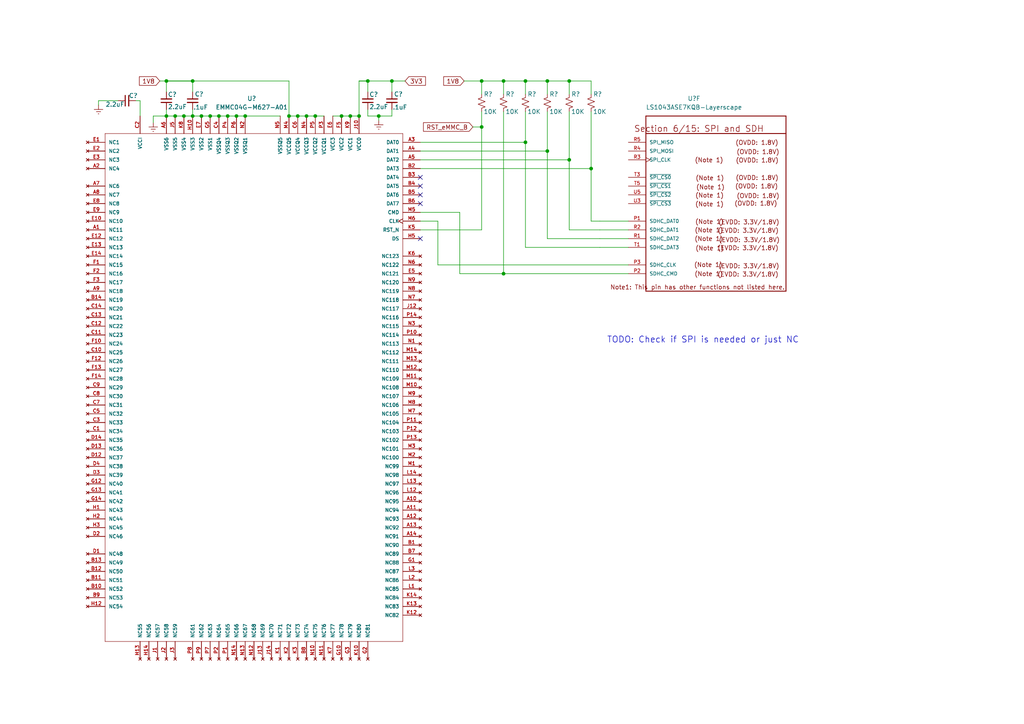
<source format=kicad_sch>
(kicad_sch (version 20200828) (generator eeschema)
  (page 4 6)
  (paper "A4")
  (lib_symbols
    (symbol "AP2100-rescue:GND-Scott" (power) (pin_names (offset 0))
      (property "Value" "GND-Scott" (at 0 -3.81 0))
      (symbol "GND-Scott_1_1"
        (pin power_in line (at 0 0 270) (length 0) hide (name "GND") (number "1"))
      )
    )
    (symbol "AP2100-rescue:LS1043ASE7KQB-Layerscape" (pin_names (offset 1.016))
      (property "Reference" "U" (at 0 0 0))
      (property "Value" "LS1043ASE7KQB-Layerscape" (at 0 2.54 0))
      (symbol "LS1043ASE7KQB-Layerscape_1_1"
        (text "Section 1/15 Digital Ground Pins" (at -18.796 88.1126 0) (effects (font (size 1.778 1.778)) (justify left bottom)))
        (pin power_in line (at -25.4 83.82 0) (length 5.08) (name "GND001") (number "A2"))
        (pin power_in line (at -25.4 78.74 0) (length 5.08) (name "GND003") (number "A24"))
        (pin power_in line (at -25.4 81.28 0) (length 5.08) (name "GND002") (number "A5"))
        (pin power_in line (at 25.4 -78.74 180) (length 5.08) (name "GND135") (number "AB2"))
        (pin power_in line (at 25.4 -81.28 180) (length 5.08) (name "GND136") (number "AB4"))
        (pin power_in line (at 25.4 -83.82 180) (length 5.08) (name "GND137") (number "AD1"))
        (pin power_in line (at 25.4 -86.36 180) (length 5.08) (name "GND138") (number "AD4"))
        (pin power_in line (at 25.4 -88.9 180) (length 5.08) (name "GND139") (number "AE2"))
        (pin power_in line (at -25.4 68.58 0) (length 5.08) (name "GND007") (number "B10"))
        (pin power_in line (at -25.4 66.04 0) (length 5.08) (name "GND008") (number "B13"))
        (pin power_in line (at -25.4 63.5 0) (length 5.08) (name "GND009") (number "B16"))
        (pin power_in line (at -25.4 60.96 0) (length 5.08) (name "GND010") (number "B19"))
        (pin power_in line (at -25.4 58.42 0) (length 5.08) (name "GND011") (number "B21"))
        (pin power_in line (at -25.4 55.88 0) (length 5.08) (name "GND012") (number "B25"))
        (pin power_in line (at -25.4 76.2 0) (length 5.08) (name "GND004") (number "B3"))
        (pin power_in line (at -25.4 73.66 0) (length 5.08) (name "GND005") (number "B4"))
        (pin power_in line (at -25.4 71.12 0) (length 5.08) (name "GND006") (number "B7"))
        (pin power_in line (at -25.4 53.34 0) (length 5.08) (name "GND013") (number "C1"))
        (pin power_in line (at -25.4 50.8 0) (length 5.08) (name "GND014") (number "C2"))
        (pin power_in line (at -25.4 45.72 0) (length 5.08) (name "GND016") (number "C23"))
        (pin power_in line (at -25.4 48.26 0) (length 5.08) (name "GND015") (number "C5"))
        (pin power_in line (at -25.4 33.02 0) (length 5.08) (name "GND021") (number "D12"))
        (pin power_in line (at -25.4 30.48 0) (length 5.08) (name "GND022") (number "D15"))
        (pin power_in line (at -25.4 27.94 0) (length 5.08) (name "GND023") (number "D18"))
        (pin power_in line (at -25.4 25.4 0) (length 5.08) (name "GND024") (number "D21"))
        (pin power_in line (at -25.4 43.18 0) (length 5.08) (name "GND017") (number "D3"))
        (pin power_in line (at -25.4 40.64 0) (length 5.08) (name "GND018") (number "D4"))
        (pin power_in line (at -25.4 38.1 0) (length 5.08) (name "GND019") (number "D7"))
        (pin power_in line (at -25.4 35.56 0) (length 5.08) (name "GND020") (number "D9"))
        (pin power_in line (at -25.4 22.86 0) (length 5.08) (name "GND025") (number "E1"))
        (pin power_in line (at -25.4 20.32 0) (length 5.08) (name "GND026") (number "E2"))
        (pin power_in line (at -25.4 15.24 0) (length 5.08) (name "GND028") (number "E22"))
        (pin power_in line (at -25.4 12.7 0) (length 5.08) (name "GND029") (number "E24"))
        (pin power_in line (at -25.4 17.78 0) (length 5.08) (name "GND027") (number "E5"))
        (pin power_in line (at -25.4 0 0) (length 5.08) (name "GND034") (number "F11"))
        (pin power_in line (at -25.4 -2.54 0) (length 5.08) (name "GND035") (number "F12"))
        (pin power_in line (at -25.4 -5.08 0) (length 5.08) (name "GND036") (number "F13"))
        (pin power_in line (at -25.4 -7.62 0) (length 5.08) (name "GND037") (number "F17"))
        (pin power_in line (at -25.4 -10.16 0) (length 5.08) (name "GND038") (number "F20"))
        (pin power_in line (at -25.4 10.16 0) (length 5.08) (name "GND030") (number "F3"))
        (pin power_in line (at -25.4 7.62 0) (length 5.08) (name "GND031") (number "F4"))
        (pin power_in line (at -25.4 5.08 0) (length 5.08) (name "GND032") (number "F7"))
        (pin power_in line (at -25.4 2.54 0) (length 5.08) (name "GND033") (number "F8"))
        (pin power_in line (at -25.4 -12.7 0) (length 5.08) (name "GND039") (number "G1"))
        (pin power_in line (at -25.4 -15.24 0) (length 5.08) (name "GND040") (number "G2"))
        (pin power_in line (at -25.4 -17.78 0) (length 5.08) (name "GND041") (number "G22"))
        (pin power_in line (at -25.4 -20.32 0) (length 5.08) (name "GND042") (number "G24"))
        (pin power_in line (at -25.4 -35.56 0) (length 5.08) (name "GND048") (number "H10"))
        (pin power_in line (at -25.4 -38.1 0) (length 5.08) (name "GND049") (number "H11"))
        (pin power_in line (at -25.4 -40.64 0) (length 5.08) (name "GND050") (number "H12"))
        (pin power_in line (at -25.4 -43.18 0) (length 5.08) (name "GND051") (number "H13"))
        (pin power_in line (at -25.4 -45.72 0) (length 5.08) (name "GND052") (number "H14"))
        (pin power_in line (at -25.4 -48.26 0) (length 5.08) (name "GND053") (number "H15"))
        (pin power_in line (at -25.4 -50.8 0) (length 5.08) (name "GND054") (number "H16"))
        (pin power_in line (at -25.4 -53.34 0) (length 5.08) (name "GND055") (number "H17"))
        (pin power_in line (at -25.4 -22.86 0) (length 5.08) (name "GND043") (number "H3"))
        (pin power_in line (at -25.4 -25.4 0) (length 5.08) (name "GND044") (number "H4"))
        (pin power_in line (at -25.4 -27.94 0) (length 5.08) (name "GND045") (number "H5"))
        (pin power_in line (at -25.4 -30.48 0) (length 5.08) (name "GND046") (number "H8"))
        (pin power_in line (at -25.4 -33.02 0) (length 5.08) (name "GND047") (number "H9"))
        (pin power_in line (at -25.4 -58.42 0) (length 5.08) (name "GND057") (number "J19"))
        (pin power_in line (at -25.4 -60.96 0) (length 5.08) (name "GND058") (number "J20"))
        (pin power_in line (at -25.4 -63.5 0) (length 5.08) (name "GND059") (number "J24"))
        (pin power_in line (at -25.4 -55.88 0) (length 5.08) (name "GND056") (number "J7"))
        (pin power_in line (at -25.4 -73.66 0) (length 5.08) (name "GND063") (number "K10"))
        (pin power_in line (at -25.4 -76.2 0) (length 5.08) (name "GND064") (number "K12"))
        (pin power_in line (at -25.4 -78.74 0) (length 5.08) (name "GND065") (number "K14"))
        (pin power_in line (at -25.4 -81.28 0) (length 5.08) (name "GND066") (number "K16"))
        (pin power_in line (at -25.4 -83.82 0) (length 5.08) (name "GND067") (number "K19"))
        (pin power_in line (at -25.4 -66.04 0) (length 5.08) (name "GND060") (number "K2"))
        (pin power_in line (at -25.4 -86.36 0) (length 5.08) (name "GND068") (number "K22"))
        (pin power_in line (at -25.4 -68.58 0) (length 5.08) (name "GND061") (number "K4"))
        (pin power_in line (at -25.4 -71.12 0) (length 5.08) (name "GND062") (number "K7"))
        (pin power_in line (at 25.4 83.82 180) (length 5.08) (name "GND071") (number "L11"))
        (pin power_in line (at 25.4 81.28 180) (length 5.08) (name "GND072") (number "L13"))
        (pin power_in line (at 25.4 78.74 180) (length 5.08) (name "GND073") (number "L15"))
        (pin power_in line (at 25.4 76.2 180) (length 5.08) (name "GND074") (number "L17"))
        (pin power_in line (at 25.4 73.66 180) (length 5.08) (name "GND075") (number "L19"))
        (pin power_in line (at 25.4 71.12 180) (length 5.08) (name "GND076") (number "L20"))
        (pin power_in line (at 25.4 68.58 180) (length 5.08) (name "GND077") (number "L24"))
        (pin power_in line (at -25.4 -88.9 0) (length 5.08) (name "GND069") (number "L7"))
        (pin power_in line (at 0 -99.06 90) (length 5.08) (name "GND070") (number "L9"))
        (pin power_in line (at 25.4 63.5 180) (length 5.08) (name "GND079") (number "M10"))
        (pin power_in line (at 25.4 60.96 180) (length 5.08) (name "GND080") (number "M12"))
        (pin power_in line (at 25.4 58.42 180) (length 5.08) (name "GND081") (number "M14"))
        (pin power_in line (at 25.4 55.88 180) (length 5.08) (name "GND082") (number "M16"))
        (pin power_in line (at 25.4 53.34 180) (length 5.08) (name "GND083") (number "M19"))
        (pin power_in line (at 25.4 50.8 180) (length 5.08) (name "GND084") (number "M22"))
        (pin power_in line (at 25.4 66.04 180) (length 5.08) (name "GND078") (number "M7"))
        (pin power_in line (at 25.4 38.1 180) (length 5.08) (name "GND089") (number "N11"))
        (pin power_in line (at 25.4 35.56 180) (length 5.08) (name "GND090") (number "N13"))
        (pin power_in line (at 25.4 33.02 180) (length 5.08) (name "GND091") (number "N15"))
        (pin power_in line (at 25.4 30.48 180) (length 5.08) (name "GND092") (number "N17"))
        (pin power_in line (at 25.4 27.94 180) (length 5.08) (name "GND093") (number "N19"))
        (pin power_in line (at 25.4 48.26 180) (length 5.08) (name "GND085") (number "N2"))
        (pin power_in line (at 25.4 25.4 180) (length 5.08) (name "GND094") (number "N20"))
        (pin power_in line (at 25.4 45.72 180) (length 5.08) (name "GND086") (number "N4"))
        (pin power_in line (at 25.4 43.18 180) (length 5.08) (name "GND087") (number "N6"))
        (pin power_in line (at 25.4 40.64 180) (length 5.08) (name "GND088") (number "N9"))
        (pin power_in line (at 25.4 17.78 180) (length 5.08) (name "GND097") (number "P10"))
        (pin power_in line (at 25.4 15.24 180) (length 5.08) (name "GND098") (number "P12"))
        (pin power_in line (at 25.4 12.7 180) (length 5.08) (name "GND099") (number "P14"))
        (pin power_in line (at 25.4 10.16 180) (length 5.08) (name "GND100") (number "P16"))
        (pin power_in line (at 25.4 7.62 180) (length 5.08) (name "GND101") (number "P19"))
        (pin power_in line (at 25.4 5.08 180) (length 5.08) (name "GND102") (number "P22"))
        (pin power_in line (at 25.4 2.54 180) (length 5.08) (name "GND103") (number "P24"))
        (pin power_in line (at 25.4 22.86 180) (length 5.08) (name "GND095") (number "P7"))
        (pin power_in line (at 25.4 20.32 180) (length 5.08) (name "GND096") (number "P8"))
        (pin power_in line (at 25.4 -2.54 180) (length 5.08) (name "GND105") (number "R11"))
        (pin power_in line (at 25.4 -5.08 180) (length 5.08) (name "GND106") (number "R13"))
        (pin power_in line (at 25.4 -7.62 180) (length 5.08) (name "GND107") (number "R15"))
        (pin power_in line (at 25.4 -10.16 180) (length 5.08) (name "GND108") (number "R17"))
        (pin power_in line (at 25.4 -12.7 180) (length 5.08) (name "GND109") (number "R19"))
        (pin power_in line (at 25.4 -15.24 180) (length 5.08) (name "GND110") (number "R25"))
        (pin power_in line (at 25.4 0 180) (length 5.08) (name "GND104") (number "R9"))
        (pin power_in line (at 25.4 -25.4 180) (length 5.08) (name "GND114") (number "T10"))
        (pin power_in line (at 25.4 -27.94 180) (length 5.08) (name "GND115") (number "T12"))
        (pin power_in line (at 25.4 -30.48 180) (length 5.08) (name "GND116") (number "T14"))
        (pin power_in line (at 25.4 -17.78 180) (length 5.08) (name "GND111") (number "T2"))
        (pin power_in line (at 25.4 -33.02 180) (length 5.08) (name "GND117") (number "T20"))
        (pin power_in line (at 25.4 -20.32 180) (length 5.08) (name "GND112") (number "T4"))
        (pin power_in line (at 25.4 -22.86 180) (length 5.08) (name "GND113") (number "T8"))
        (pin power_in line (at 25.4 -40.64 180) (length 5.08) (name "GND120") (number "U11"))
        (pin power_in line (at 25.4 -43.18 180) (length 5.08) (name "GND121") (number "U20"))
        (pin power_in line (at 25.4 -35.56 180) (length 5.08) (name "GND118") (number "U6"))
        (pin power_in line (at 25.4 -38.1 180) (length 5.08) (name "GND119") (number "U9"))
        (pin power_in line (at 25.4 -53.34 180) (length 5.08) (name "GND125") (number "V10"))
        (pin power_in line (at 25.4 -55.88 180) (length 5.08) (name "GND126") (number "V11"))
        (pin power_in line (at 25.4 -58.42 180) (length 5.08) (name "GND127") (number "V12"))
        (pin power_in line (at 25.4 -60.96 180) (length 5.08) (name "GND128") (number "V13"))
        (pin power_in line (at 25.4 -63.5 180) (length 5.08) (name "GND129") (number "V14"))
        (pin power_in line (at 25.4 -45.72 180) (length 5.08) (name "GND122") (number "V2"))
        (pin power_in line (at 25.4 -66.04 180) (length 5.08) (name "GND130") (number "V20"))
        (pin power_in line (at 25.4 -48.26 180) (length 5.08) (name "GND123") (number "V8"))
        (pin power_in line (at 25.4 -50.8 180) (length 5.08) (name "GND124") (number "V9"))
        (pin power_in line (at 25.4 -71.12 180) (length 5.08) (name "GND132") (number "W20"))
        (pin power_in line (at 25.4 -68.58 180) (length 5.08) (name "GND131") (number "W4"))
        (pin power_in line (at 25.4 -73.66 180) (length 5.08) (name "GND133") (number "Y2"))
        (pin power_in line (at 25.4 -76.2 180) (length 5.08) (name "GND134") (number "Y20"))
      )
      (symbol "LS1043ASE7KQB-Layerscape_2_1"
        (text "Section 2/15 SerDes Ground Pins" (at -18.542 25.2984 0) (effects (font (size 1.778 1.778)) (justify left bottom)))
        (pin power_in line (at -43.18 -21.59 0) (length 5.08) (name "SD_GND18") (number "AA13"))
        (pin power_in line (at -43.18 -24.13 0) (length 5.08) (name "SD_GND19") (number "AA16"))
        (pin power_in line (at 0 -34.29 90) (length 5.08) (name "SD_GND20") (number "AA19"))
        (pin power_in line (at 43.18 21.59 180) (length 5.08) (name "SD_GND21") (number "AB13"))
        (pin power_in line (at 43.18 19.05 180) (length 5.08) (name "SD_GND22") (number "AB16"))
        (pin power_in line (at 43.18 16.51 180) (length 5.08) (name "SD_GND23") (number "AB19"))
        (pin power_in line (at 43.18 13.97 180) (length 5.08) (name "SD_GND24") (number "AC13"))
        (pin power_in line (at 43.18 11.43 180) (length 5.08) (name "SD_GND25") (number "AC14"))
        (pin power_in line (at 43.18 8.89 180) (length 5.08) (name "SD_GND26") (number "AC15"))
        (pin power_in line (at 43.18 6.35 180) (length 5.08) (name "SD_GND27") (number "AC16"))
        (pin power_in line (at 43.18 3.81 180) (length 5.08) (name "SD_GND28") (number "AC17"))
        (pin power_in line (at 43.18 1.27 180) (length 5.08) (name "SD_GND29") (number "AC18"))
        (pin power_in line (at 43.18 -1.27 180) (length 5.08) (name "SD_GND30") (number "AC19"))
        (pin power_in line (at 43.18 -3.81 180) (length 5.08) (name "SD_GND31") (number "AC20"))
        (pin power_in line (at 43.18 -6.35 180) (length 5.08) (name "SD_GND32") (number "AD13"))
        (pin power_in line (at 43.18 -8.89 180) (length 5.08) (name "SD_GND33") (number "AD16"))
        (pin power_in line (at 43.18 -11.43 180) (length 5.08) (name "SD_GND34") (number "AD19"))
        (pin power_in line (at 43.18 -13.97 180) (length 5.08) (name "SD_GND35") (number "AD21"))
        (pin power_in line (at 43.18 -16.51 180) (length 5.08) (name "SD_GND36") (number "AE13"))
        (pin power_in line (at 43.18 -19.05 180) (length 5.08) (name "SD_GND37") (number "AE16"))
        (pin power_in line (at 43.18 -21.59 180) (length 5.08) (name "SD_GND38") (number "AE19"))
        (pin power_in line (at 43.18 -24.13 180) (length 5.08) (name "SD_GND39") (number "AE21"))
        (pin power_in line (at -43.18 21.59 0) (length 5.08) (name "SD_GND01") (number "U15"))
        (pin power_in line (at -43.18 19.05 0) (length 5.08) (name "SD_GND02") (number "U16"))
        (pin power_in line (at -43.18 16.51 0) (length 5.08) (name "SD_GND03") (number "U17"))
        (pin power_in line (at -43.18 13.97 0) (length 5.08) (name "SD_GND04") (number "U18"))
        (pin power_in line (at -43.18 11.43 0) (length 5.08) (name "SD_GND05") (number "U19"))
        (pin power_in line (at -43.18 6.35 0) (length 5.08) (name "SD_GND07") (number "W11"))
        (pin power_in line (at -43.18 8.89 0) (length 5.08) (name "SD_GND06") (number "W8"))
        (pin power_in line (at -43.18 -1.27 0) (length 5.08) (name "SD_GND10") (number "Y10"))
        (pin power_in line (at -43.18 -3.81 0) (length 5.08) (name "SD_GND11") (number "Y11"))
        (pin power_in line (at -43.18 -6.35 0) (length 5.08) (name "SD_GND12") (number "Y12"))
        (pin power_in line (at -43.18 -8.89 0) (length 5.08) (name "SD_GND13") (number "Y14"))
        (pin power_in line (at -43.18 -11.43 0) (length 5.08) (name "SD_GND14") (number "Y15"))
        (pin power_in line (at -43.18 -13.97 0) (length 5.08) (name "SD_GND15") (number "Y16"))
        (pin power_in line (at -43.18 -16.51 0) (length 5.08) (name "SD_GND16") (number "Y17"))
        (pin power_in line (at -43.18 -19.05 0) (length 5.08) (name "SD_GND17") (number "Y18"))
        (pin power_in line (at -43.18 3.81 0) (length 5.08) (name "SD_GND08") (number "Y8"))
        (pin power_in line (at -43.18 1.27 0) (length 5.08) (name "SD_GND09") (number "Y9"))
      )
      (symbol "LS1043ASE7KQB-Layerscape_3_1"
        (text "(1.35V)" (at 11.9888 -26.543 0) (effects (font (size 1.27 1.27)) (justify left bottom)))
        (text "(1.8V)" (at -15.5702 -54.2036 0) (effects (font (size 1.27 1.27)) (justify left bottom)))
        (text "(1V/0.9V)" (at -15.5194 62.738 0) (effects (font (size 1.27 1.27)) (justify left bottom)))
        (text "(1V/0.9V)" (at 12.2936 62.6872 0) (effects (font (size 1.27 1.27)) (justify left bottom)))
        (text "(2.5V/1.8V/1.2V)" (at 6.985 -67.183 0) (effects (font (size 1.27 1.27)) (justify left bottom)))
        (text "(3.3V)" (at 9.5504 -56.9722 0) (effects (font (size 1.27 1.27)) (justify left bottom)))
        (text "(Power Sense Pins)" (at 6.5532 -75.184 0) (effects (font (size 1.27 1.27)) (justify left bottom)))
        (text "(Pull-down/1V/0.9V)" (at 4.7752 -8.4582 0) (effects (font (size 1.27 1.27)) (justify left bottom)))
        (text "Section 3/15 Power Pins" (at -10.8204 69.596 0) (effects (font (size 1.778 1.778)) (justify left bottom)))
        (pin power_in line (at -22.86 -58.42 0) (length 5.08) (name "AVDD_CGA2") (number "G11"))
        (pin power_in line (at -22.86 -55.88 0) (length 5.08) (name "AVDD_CGA1") (number "G12"))
        (pin power_in line (at -22.86 -66.04 0) (length 5.08) (name "AVDD_PLAT") (number "G13"))
        (pin power_in line (at -22.86 -48.26 0) (length 5.08) (name "TA_BB_VDD") (number "H20"))
        (pin power_in line (at -22.86 -27.94 0) (length 5.08) (name "USB_SVDD1") (number "J10"))
        (pin power_in line (at -22.86 -30.48 0) (length 5.08) (name "USB_SVDD2") (number "J11"))
        (pin power_in line (at 27.94 -60.96 180) (length 5.08) (name "USB_HVDD1") (number "J8"))
        (pin power_in line (at 27.94 -58.42 180) (length 5.08) (name "USB_HVDD2") (number "J9"))
        (pin power_in line (at -22.86 -43.18 0) (length 5.08) (name "USB_SDVDD2") (number "K11"))
        (pin power_in line (at -22.86 60.96 0) (length 5.08) (name "VDD01") (number "K13"))
        (pin power_in line (at -22.86 55.88 0) (length 5.08) (name "VDD02") (number "K15"))
        (pin power_in line (at -22.86 50.8 0) (length 5.08) (name "VDD03") (number "K17"))
        (pin power_in line (at -22.86 -40.64 0) (length 5.08) (name "USB_SDVDD1") (number "K9"))
        (pin power_in line (at -22.86 45.72 0) (length 5.08) (name "VDD04") (number "L10"))
        (pin power_in line (at -22.86 40.64 0) (length 5.08) (name "VDD05") (number "L12"))
        (pin power_in line (at -22.86 35.56 0) (length 5.08) (name "VDD06") (number "L14"))
        (pin power_in line (at -22.86 30.48 0) (length 5.08) (name "VDD07") (number "L16"))
        (pin power_in line (at -22.86 25.4 0) (length 5.08) (name "VDD09") (number "M11"))
        (pin power_in line (at -22.86 22.86 0) (length 5.08) (name "VDD10") (number "M13"))
        (pin power_in line (at -22.86 20.32 0) (length 5.08) (name "VDD11") (number "M15"))
        (pin power_in line (at -22.86 15.24 0) (length 5.08) (name "VDD12") (number "M17"))
        (pin power_in line (at -22.86 27.94 0) (length 5.08) (name "VDD08") (number "M9"))
        (pin power_in line (at -22.86 5.08 0) (length 5.08) (name "VDD14") (number "N10"))
        (pin power_in line (at -22.86 0 0) (length 5.08) (name "VDD15") (number "N12"))
        (pin power_in line (at -22.86 -5.08 0) (length 5.08) (name "VDD16") (number "N14"))
        (pin power_in line (at 27.94 2.54 180) (length 5.08) (name "VDD17") (number "N16"))
        (pin power_in line (at -22.86 10.16 0) (length 5.08) (name "VDD13") (number "N8"))
        (pin power_in line (at 27.94 5.08 180) (length 5.08) (name "VDD19") (number "P11"))
        (pin power_in line (at 27.94 7.62 180) (length 5.08) (name "VDD20") (number "P13"))
        (pin power_in line (at 27.94 10.16 180) (length 5.08) (name "VDD21") (number "P15"))
        (pin power_in line (at 27.94 15.24 180) (length 5.08) (name "VDD22") (number "P17"))
        (pin power_in line (at 27.94 0 180) (length 5.08) (name "VDD18") (number "P9"))
        (pin power_in line (at 27.94 22.86 180) (length 5.08) (name "VDD24") (number "R10"))
        (pin power_in line (at 27.94 27.94 180) (length 5.08) (name "VDD25") (number "R12"))
        (pin power_in line (at 27.94 30.48 180) (length 5.08) (name "VDD26") (number "R14"))
        (pin power_in line (at 27.94 33.02 180) (length 5.08) (name "VDD27") (number "R16"))
        (pin power_in line (at 27.94 38.1 180) (length 5.08) (name "VDD28") (number "R18"))
        (pin power_in line (at 27.94 -10.16 180) (length 5.08) (name "FA_VL") (number "R7"))
        (pin power_in line (at 27.94 17.78 180) (length 5.08) (name "VDD23") (number "R8"))
        (pin power_in line (at 27.94 45.72 180) (length 5.08) (name "VDD30") (number "T11"))
        (pin power_in line (at 27.94 50.8 180) (length 5.08) (name "VDD31") (number "T13"))
        (pin power_in line (at -22.86 -12.7 0) (length 5.08) (name "S1VDD1") (number "T15"))
        (pin power_in line (at -22.86 -15.24 0) (length 5.08) (name "S1VDD2") (number "T16"))
        (pin power_in line (at -22.86 -17.78 0) (length 5.08) (name "S1VDD3") (number "T17"))
        (pin power_in line (at -22.86 -20.32 0) (length 5.08) (name "S1VDD4") (number "T18"))
        (pin power_in line (at -22.86 -71.12 0) (length 5.08) (name "AVDD_D1") (number "T19"))
        (pin power_in line (at 27.94 43.18 180) (length 5.08) (name "VDD29") (number "T9"))
        (pin power_in line (at 27.94 60.96 180) (length 5.08) (name "VDD33") (number "U10"))
        (pin power_in line (at 27.94 55.88 180) (length 5.08) (name "VDD32") (number "U8"))
        (pin power_in line (at 27.94 -48.26 180) (length 5.08) (name "AVDD_SD1_PLL2") (number "V19"))
        (pin power_in line (at 27.94 -68.58 180) (length 5.08) (name "TVDD") (number "V6"))
        (pin power_in line (at 27.94 -78.74 180) (length 5.08) (name "SENSEGND") (number "V7"))
        (pin power_in line (at 27.94 -43.18 180) (length 5.08) (name "AVDD_SD1_PLL1") (number "W12"))
        (pin power_in line (at -22.86 -22.86 0) (length 5.08) (name "S1VDD5") (number "W14"))
        (pin power_in line (at 27.94 -27.94 180) (length 5.08) (name "X1VDD1") (number "W15"))
        (pin power_in line (at 27.94 -30.48 180) (length 5.08) (name "X1VDD2") (number "W16"))
        (pin power_in line (at 27.94 -33.02 180) (length 5.08) (name "X1VDD3") (number "W17"))
        (pin power_in line (at 27.94 -35.56 180) (length 5.08) (name "X1VDD4") (number "W18"))
        (pin power_in line (at 27.94 -76.2 180) (length 5.08) (name "SENSEVDD") (number "W7"))
        (pin power_in line (at 27.94 -38.1 180) (length 5.08) (name "X1VDD5") (number "Y19"))
      )
      (symbol "LS1043ASE7KQB-Layerscape_4_1"
        (text "Section 4/15: Power Pins" (at -12.6492 61.468 0) (effects (font (size 1.778 1.778)) (justify left bottom)))
        (pin power_in line (at -29.21 -31.75 0) (length 5.08) (name "G1VDD18") (number "AA20"))
        (pin power_in line (at -29.21 -36.83 0) (length 5.08) (name "G1VDD19") (number "AB22"))
        (pin power_in line (at -29.21 -41.91 0) (length 5.08) (name "G1VDD20") (number "AB24"))
        (pin power_in line (at -29.21 -46.99 0) (length 5.08) (name "G1VDD21") (number "AD22"))
        (pin power_in line (at -29.21 -52.07 0) (length 5.08) (name "G1VDD22") (number "AD25"))
        (pin power_in line (at -29.21 -57.15 0) (length 5.08) (name "G1VDD23") (number "AE24"))
        (pin bidirectional line (at 31.75 -3.81 180) (length 5.08) (name "TA_PROG_SEP") (number "F14"))
        (pin bidirectional line (at 31.75 6.35 180) (length 5.08) (name "PROG_MTR") (number "G14"))
        (pin power_in line (at 31.75 54.61 180) (length 5.08) (name "OVDD1") (number "J12"))
        (pin power_in line (at 31.75 49.53 180) (length 5.08) (name "OVDD2") (number "J13"))
        (pin power_in line (at 31.75 44.45 180) (length 5.08) (name "OVDD3") (number "J14"))
        (pin power_in line (at 31.75 39.37 180) (length 5.08) (name "OVDD4") (number "J15"))
        (pin power_in line (at 31.75 34.29 180) (length 5.08) (name "OVDD5") (number "J16"))
        (pin power_in line (at 31.75 29.21 180) (length 5.08) (name "OVDD6") (number "J17"))
        (pin power_in line (at -29.21 54.61 0) (length 5.08) (name "G1VDD01") (number "J18"))
        (pin power_in line (at -29.21 49.53 0) (length 5.08) (name "G1VDD02") (number "K18"))
        (pin power_in line (at -29.21 44.45 0) (length 5.08) (name "G1VDD03") (number "K20"))
        (pin power_in line (at 31.75 -24.13 180) (length 5.08) (name "DVDD1") (number "K8"))
        (pin power_in line (at -29.21 39.37 0) (length 5.08) (name "G1VDD04") (number "L18"))
        (pin power_in line (at 31.75 -26.67 180) (length 5.08) (name "DVVD2") (number "L8"))
        (pin power_in line (at -29.21 34.29 0) (length 5.08) (name "G1VDD05") (number "M18"))
        (pin power_in line (at -29.21 29.21 0) (length 5.08) (name "G1VDD06") (number "M20"))
        (pin power_in line (at 31.75 -36.83 180) (length 5.08) (name "EVDD") (number "M8"))
        (pin power_in line (at -29.21 24.13 0) (length 5.08) (name "G1VDD07") (number "N18"))
        (pin power_in line (at 31.75 24.13 180) (length 5.08) (name "0VDD7") (number "N7"))
        (pin power_in line (at -29.21 19.05 0) (length 5.08) (name "G1VDD08") (number "P18"))
        (pin power_in line (at -29.21 13.97 0) (length 5.08) (name "G1VDD09") (number "P20"))
        (pin power_in line (at -29.21 8.89 0) (length 5.08) (name "G1VDD10") (number "R21"))
        (pin power_in line (at -29.21 3.81 0) (length 5.08) (name "G1VDD11") (number "R23"))
        (pin power_in line (at -29.21 -1.27 0) (length 5.08) (name "G1VDD12") (number "T22"))
        (pin power_in line (at -29.21 -6.35 0) (length 5.08) (name "G1VDD13") (number "T24"))
        (pin power_in line (at 31.75 16.51 180) (length 5.08) (name "TH_VDD") (number "T6"))
        (pin power_in line (at 31.75 -57.15 180) (length 5.08) (name "LVDD1") (number "U12"))
        (pin power_in line (at 31.75 -52.07 180) (length 5.08) (name "LVDD2") (number "U13"))
        (pin power_in line (at 31.75 -46.99 180) (length 5.08) (name "LVDD3") (number "U14"))
        (pin power_in line (at -29.21 -11.43 0) (length 5.08) (name "G1VDD14") (number "V22"))
        (pin power_in line (at -29.21 -16.51 0) (length 5.08) (name "G1VDD15") (number "V24"))
        (pin power_in line (at -29.21 -21.59 0) (length 5.08) (name "G1VDD16") (number "Y22"))
        (pin power_in line (at -29.21 -26.67 0) (length 5.08) (name "G1VDD17") (number "Y24"))
      )
      (symbol "LS1043ASE7KQB-Layerscape_5_1"
        (text "(Analog)" (at -36.9316 -29.8704 0) (effects (font (size 1.27 1.27)) (justify left bottom)))
        (text "(Analog)" (at 16.002 -4.4958 0) (effects (font (size 1.27 1.27)) (justify left bottom)))
        (text "(Analog)" (at 16.129 -7.0104 0) (effects (font (size 1.27 1.27)) (justify left bottom)))
        (text "(DVDD: 2.5V/1.8V)" (at 15.9004 -14.6812 0) (effects (font (size 1.27 1.27)) (justify left bottom)))
        (text "(DVDD: 2.5V/1.8V)" (at 16.2052 -17.1958 0) (effects (font (size 1.27 1.27)) (justify left bottom)))
        (text "(DVDD: 3.3V/1.8V)" (at -37.5412 26.0858 0) (effects (font (size 1.27 1.27)) (justify left bottom)))
        (text "(DVDD: 3.3V/1.8V)" (at -37.5158 15.9004 0) (effects (font (size 1.27 1.27)) (justify left bottom)))
        (text "(DVDD: 3.3V/1.8V)" (at -37.3634 13.335 0) (effects (font (size 1.27 1.27)) (justify left bottom)))
        (text "(DVDD: 3.3V/1.8V)" (at -37.3634 28.6258 0) (effects (font (size 1.27 1.27)) (justify left bottom)))
        (text "(DVDD: 3.3V/1.8V)" (at -37.338 18.4404 0) (effects (font (size 1.27 1.27)) (justify left bottom)))
        (text "(DVDD: 3.3V/1.8V)" (at -37.2618 31.1658 0) (effects (font (size 1.27 1.27)) (justify left bottom)))
        (text "(DVDD: 3.3V/1.8V)" (at -37.1348 23.5204 0) (effects (font (size 1.27 1.27)) (justify left bottom)))
        (text "(DVDD: 3.3V/1.8V)" (at -37.0332 20.955 0) (effects (font (size 1.27 1.27)) (justify left bottom)))
        (text "(DVDD: 3.3V/1.8V)" (at 16.0782 41.3512 0) (effects (font (size 1.27 1.27)) (justify left bottom)))
        (text "(DVDD: 3.3V/1.8V)" (at 16.1036 15.9004 0) (effects (font (size 1.27 1.27)) (justify left bottom)))
        (text "(DVDD: 3.3V/1.8V)" (at 16.1036 28.6258 0) (effects (font (size 1.27 1.27)) (justify left bottom)))
        (text "(DVDD: 3.3V/1.8V)" (at 16.1798 20.9804 0) (effects (font (size 1.27 1.27)) (justify left bottom)))
        (text "(DVDD: 3.3V/1.8V)" (at 16.1798 33.7058 0) (effects (font (size 1.27 1.27)) (justify left bottom)))
        (text "(DVDD: 3.3V/1.8V)" (at 16.2052 13.335 0) (effects (font (size 1.27 1.27)) (justify left bottom)))
        (text "(DVDD: 3.3V/1.8V)" (at 16.2052 23.5204 0) (effects (font (size 1.27 1.27)) (justify left bottom)))
        (text "(DVDD: 3.3V/1.8V)" (at 16.2052 36.2458 0) (effects (font (size 1.27 1.27)) (justify left bottom)))
        (text "(DVDD: 3.3V/1.8V)" (at 16.2306 26.0604 0) (effects (font (size 1.27 1.27)) (justify left bottom)))
        (text "(DVDD: 3.3V/1.8V)" (at 16.383 38.7604 0) (effects (font (size 1.27 1.27)) (justify left bottom)))
        (text "(LVDD: 2.5V/1.8V)" (at -37.5158 33.7312 0) (effects (font (size 1.27 1.27)) (justify left bottom)))
        (text "(Note 1)" (at -19.1262 15.9004 0) (effects (font (size 1.27 1.27)) (justify left bottom)))
        (text "(Note 1)" (at -19.1262 31.1912 0) (effects (font (size 1.27 1.27)) (justify left bottom)))
        (text "(Note 1)" (at -18.9484 20.9804 0) (effects (font (size 1.27 1.27)) (justify left bottom)))
        (text "(Note 1)" (at -18.8976 26.0858 0) (effects (font (size 1.27 1.27)) (justify left bottom)))
        (text "(Note 1)" (at -18.8722 13.335 0) (effects (font (size 1.27 1.27)) (justify left bottom)))
        (text "(Note 1)" (at -18.796 18.4404 0) (effects (font (size 1.27 1.27)) (justify left bottom)))
        (text "(Note 1)" (at -18.7706 28.6004 0) (effects (font (size 1.27 1.27)) (justify left bottom)))
        (text "(Note 1)" (at -18.542 23.495 0) (effects (font (size 1.27 1.27)) (justify left bottom)))
        (text "(Note 1)" (at 3.8608 28.6258 0) (effects (font (size 1.27 1.27)) (justify left bottom)))
        (text "(Note 1)" (at 3.8608 36.2712 0) (effects (font (size 1.27 1.27)) (justify left bottom)))
        (text "(Note 1)" (at 3.8862 26.0858 0) (effects (font (size 1.27 1.27)) (justify left bottom)))
        (text "(Note 1)" (at 4.0132 23.5204 0) (effects (font (size 1.27 1.27)) (justify left bottom)))
        (text "(Note 1)" (at 4.064 41.3512 0) (effects (font (size 1.27 1.27)) (justify left bottom)))
        (text "(Note 1)" (at 4.0894 33.7058 0) (effects (font (size 1.27 1.27)) (justify left bottom)))
        (text "(Note 1)" (at 4.1148 38.7858 0) (effects (font (size 1.27 1.27)) (justify left bottom)))
        (text "(Note 1)" (at 4.3688 20.955 0) (effects (font (size 1.27 1.27)) (justify left bottom)))
        (text "(Note 1)" (at 6.5786 -14.6558 0) (effects (font (size 1.27 1.27)) (justify left bottom)))
        (text "(Note 1)" (at 6.858 -17.1704 0) (effects (font (size 1.27 1.27)) (justify left bottom)))
        (text "(OVDD: 1.8V)" (at -37.6174 -12.1412 0) (effects (font (size 1.27 1.27)) (justify left bottom)))
        (text "(OVDD: 1.8V)" (at -37.4904 -35.052 0) (effects (font (size 1.27 1.27)) (justify left bottom)))
        (text "(OVDD: 1.8V)" (at -37.465 -22.3012 0) (effects (font (size 1.27 1.27)) (justify left bottom)))
        (text "(OVDD: 1.8V)" (at -37.465 36.2712 0) (effects (font (size 1.27 1.27)) (justify left bottom)))
        (text "(OVDD: 1.8V)" (at -37.465 38.8112 0) (effects (font (size 1.27 1.27)) (justify left bottom)))
        (text "(OVDD: 1.8V)" (at -37.4396 -14.6558 0) (effects (font (size 1.27 1.27)) (justify left bottom)))
        (text "(OVDD: 1.8V)" (at -37.3888 -42.672 0) (effects (font (size 1.27 1.27)) (justify left bottom)))
        (text "(OVDD: 1.8V)" (at -37.3888 8.255 0) (effects (font (size 1.27 1.27)) (justify left bottom)))
        (text "(OVDD: 1.8V)" (at -37.3634 -45.212 0) (effects (font (size 1.27 1.27)) (justify left bottom)))
        (text "(OVDD: 1.8V)" (at -37.338 -4.4704 0) (effects (font (size 1.27 1.27)) (justify left bottom)))
        (text "(OVDD: 1.8V)" (at -37.3126 -47.752 0) (effects (font (size 1.27 1.27)) (justify left bottom)))
        (text "(OVDD: 1.8V)" (at -37.3126 41.3512 0) (effects (font (size 1.27 1.27)) (justify left bottom)))
        (text "(OVDD: 1.8V)" (at -37.211 -40.0812 0) (effects (font (size 1.27 1.27)) (justify left bottom)))
        (text "(OVDD: 1.8V)" (at -37.211 -7.0104 0) (effects (font (size 1.27 1.27)) (justify left bottom)))
        (text "(OVDD: 1.8V)" (at -37.1602 -19.7358 0) (effects (font (size 1.27 1.27)) (justify left bottom)))
        (text "(OVDD: 1.8V)" (at -37.1348 -1.9304 0) (effects (font (size 1.27 1.27)) (justify left bottom)))
        (text "(OVDD: 1.8V)" (at -37.1094 -27.3558 0) (effects (font (size 1.27 1.27)) (justify left bottom)))
        (text "(OVDD: 1.8V)" (at -37.0332 -50.2158 0) (effects (font (size 1.27 1.27)) (justify left bottom)))
        (text "(OVDD: 1.8V)" (at 10.9982 8.255 0) (effects (font (size 1.27 1.27)) (justify left bottom)))
        (text "(OVDD: 1.8V)" (at 16.0274 -22.3012 0) (effects (font (size 1.27 1.27)) (justify left bottom)))
        (text "(OVDD: 1.8V)" (at 16.0782 -35.0266 0) (effects (font (size 1.27 1.27)) (justify left bottom)))
        (text "(OVDD: 1.8V)" (at 16.1036 -40.132 0) (effects (font (size 1.27 1.27)) (justify left bottom)))
        (text "(OVDD: 1.8V)" (at 16.129 -32.4866 0) (effects (font (size 1.27 1.27)) (justify left bottom)))
        (text "(OVDD: 1.8V)" (at 16.129 -24.8412 0) (effects (font (size 1.27 1.27)) (justify left bottom)))
        (text "(OVDD: 1.8V)" (at 16.1544 0.6096 0) (effects (font (size 1.27 1.27)) (justify left bottom)))
        (text "(OVDD: 1.8V)" (at 16.2052 -42.6212 0) (effects (font (size 1.27 1.27)) (justify left bottom)))
        (text "(OVDD: 1.8V)" (at 16.2052 3.175 0) (effects (font (size 1.27 1.27)) (justify left bottom)))
        (text "(OVDD: 1.8V)" (at 16.256 -27.3558 0) (effects (font (size 1.27 1.27)) (justify left bottom)))
        (text "(OVDD: 1.8V)" (at 16.2814 -29.8958 0) (effects (font (size 1.27 1.27)) (justify left bottom)))
        (text "(OVDD: 1.8V)" (at 16.3068 -45.1612 0) (effects (font (size 1.27 1.27)) (justify left bottom)))
        (text "(Reserved, Analog)" (at 16.2306 -50.2666 0) (effects (font (size 1.27 1.27)) (justify left bottom)))
        (text "(Reserved, Analog)" (at 16.3576 -47.6758 0) (effects (font (size 1.27 1.27)) (justify left bottom)))
        (text "(TA_BB_VDD: 0.9V/1V)" (at -37.3634 5.715 0) (effects (font (size 1.27 1.27)) (justify left bottom)))
        (text "(TA_BB_VDD: 0.9V/1V)" (at -37.3126 3.175 0) (effects (font (size 1.27 1.27)) (justify left bottom)))
        (text "Note1: This pin has other functions not listed here." (at -26.67 -54.1528 0) (effects (font (size 1.27 1.27)) (justify left bottom)))
        (text "Section 5/15: JTAG, UARTs, Interrupts and Miscellaneous Functions" (at -45.6692 45.8216 0) (effects (font (size 1.778 1.778)) (justify left bottom)))
        (pin bidirectional line (at 67.31 -41.91 180) (length 5.08) (name "~SCAN_MODE~") (number "A21"))
        (pin bidirectional line (at 67.31 3.81 180) (length 5.08) (name "~TBSCAN_EN~") (number "C21"))
        (pin bidirectional line (at 67.31 -21.59 180) (length 5.08) (name "~EVT0~") (number "E10"))
        (pin bidirectional line (at 67.31 -31.75 180) (length 5.08) (name "~EVT4~") (number "E11"))
        (pin bidirectional line (at 67.31 -29.21 180) (length 5.08) (name "~EVT3~") (number "E12"))
        (pin bidirectional line (at 67.31 -24.13 180) (length 5.08) (name "~EVT1~") (number "E13"))
        (pin bidirectional line (at -64.77 -44.45 0) (length 5.08) (name "TCK") (number "E18"))
        (pin bidirectional line (at -64.77 -49.53 0) (length 5.08) (name "~TRST~") (number "E19"))
        (pin bidirectional line (at -64.77 -41.91 0) (length 5.08) (name "TDO") (number "E20"))
        (pin bidirectional line (at 67.31 1.27 180) (length 5.08) (name "~TEST_SEL~") (number "E21"))
        (pin bidirectional line (at 67.31 -26.67 180) (length 5.08) (name "~EVT2~") (number "E8"))
        (pin output line (at 67.31 8.89 180) (length 5.08) (name "ASLEEP/GPIO1_13/CFG_SOIC_USE") (number "E9"))
        (pin input line (at -64.77 -6.35 0) (length 5.08) (name "~PORESET~") (number "F10"))
        (pin bidirectional line (at -64.77 41.91 0) (length 5.08) (name "IRQ00") (number "F15"))
        (pin bidirectional line (at -64.77 -34.29 0) (length 5.08) (name "RTC/GPIO1_14") (number "F16"))
        (pin bidirectional line (at -64.77 -46.99 0) (length 5.08) (name "TMS") (number "F18"))
        (pin bidirectional line (at -64.77 -13.97 0) (length 5.08) (name "DDRCLK") (number "F19"))
        (pin bidirectional line (at 67.31 -44.45 180) (length 5.08) (name "JTAG_BSR_VSEL") (number "F21"))
        (pin input line (at -64.77 -11.43 0) (length 5.08) (name "SYSCLK") (number "F9"))
        (pin bidirectional line (at -64.77 -3.81 0) (length 5.08) (name "~HRESET~") (number "G10"))
        (pin bidirectional line (at -64.77 39.37 0) (length 5.08) (name "IRQ01") (number "G15"))
        (pin bidirectional line (at -64.77 8.89 0) (length 5.08) (name "~TA_TMP_DETECT~") (number "G16"))
        (pin bidirectional line (at -64.77 -26.67 0) (length 5.08) (name "CLK_OUT") (number "G17"))
        (pin bidirectional line (at -64.77 -39.37 0) (length 5.08) (name "TDI") (number "G18"))
        (pin bidirectional line (at -64.77 6.35 0) (length 5.08) (name "~TA_BB_TMP_DETECT~") (number "G19"))
        (pin bidirectional line (at -64.77 3.81 0) (length 5.08) (name "TA_BB_RTC") (number "G20"))
        (pin output line (at -64.77 -1.27 0) (length 5.08) (name "~RESET_REQ~") (number "G7"))
        (pin bidirectional line (at -64.77 -19.05 0) (length 5.08) (name "DIFF_SYSCLK") (number "G8"))
        (pin bidirectional line (at -64.77 -21.59 0) (length 5.08) (name "~DIFF_SYSCLK~") (number "G9"))
        (pin output line (at 67.31 39.37 180) (length 5.08) (name "GPIO1_15/UART1_SOUT") (number "H1"))
        (pin bidirectional line (at 67.31 -39.37 180) (length 5.08) (name "~CKSTP_OUT~") (number "H18"))
        (pin input line (at 67.31 41.91 180) (length 5.08) (name "GPIO1_17/UART1_SIN") (number "H2"))
        (pin bidirectional line (at 67.31 -34.29 180) (length 5.08) (name "~EVT9~") (number "H7"))
        (pin input line (at 67.31 36.83 180) (length 5.08) (name "GPIO1_21/!UART1_CTS") (number "J1"))
        (pin bidirectional line (at 67.31 34.29 180) (length 5.08) (name "GPIO1_19/!UART1_RTS") (number "J2"))
        (pin input line (at -64.77 31.75 0) (length 5.08) (name "IRQ03/GPIO1_23") (number "J3"))
        (pin input line (at -64.77 29.21 0) (length 5.08) (name "IRQ04/GPIO1_24") (number "J4"))
        (pin input line (at -64.77 26.67 0) (length 5.08) (name "IRQ05/GPIO1_25") (number "J5"))
        (pin input line (at -64.77 36.83 0) (length 5.08) (name "IRQ02") (number "J6"))
        (pin input line (at 67.31 29.21 180) (length 5.08) (name "GPIO1_18/UART2_SIN") (number "K1"))
        (pin bidirectional line (at 67.31 -13.97 180) (length 5.08) (name "GPIO4_02/IIC2_SCL") (number "K3"))
        (pin input line (at -64.77 24.13 0) (length 5.08) (name "IRQ06/GPIO1_26") (number "K5"))
        (pin bidirectional line (at 67.31 21.59 180) (length 5.08) (name "GPIO1_20/!UART2_RTS") (number "L1"))
        (pin output line (at 67.31 26.67 180) (length 5.08) (name "GPIO1_16/UART2_SOUT") (number "L2"))
        (pin bidirectional line (at 67.31 -16.51 180) (length 5.08) (name "GPIO4_03/IIC2_SDA") (number "L3"))
        (pin input line (at -64.77 21.59 0) (length 5.08) (name "IRQ07/GPIO1_27") (number "L5"))
        (pin bidirectional line (at 67.31 13.97 180) (length 5.08) (name "IIC1_SDA") (number "M1"))
        (pin bidirectional line (at 67.31 24.13 180) (length 5.08) (name "GPIO1_22/!UART2_CTS") (number "M2"))
        (pin input line (at -64.77 19.05 0) (length 5.08) (name "IRQ08/GPIO1_28") (number "M5"))
        (pin bidirectional line (at 67.31 16.51 180) (length 5.08) (name "IIC1_SCL") (number "N1"))
        (pin input line (at -64.77 16.51 0) (length 5.08) (name "IRQ09/GPIO1_29") (number "N5"))
        (pin bidirectional line (at -64.77 13.97 0) (length 5.08) (name "IRQ10/GPIO1_30") (number "P4"))
        (pin bidirectional line (at -64.77 -29.21 0) (length 5.08) (name "TH_TPA") (number "P5"))
        (pin bidirectional line (at 67.31 -6.35 180) (length 5.08) (name "TD1_CATHODE") (number "P6"))
        (pin bidirectional line (at 67.31 -3.81 180) (length 5.08) (name "TD1_ANODE") (number "R6"))
        (pin bidirectional line (at 67.31 -46.99 180) (length 5.08) (name "FA_ANALOG_PIN") (number "T7"))
        (pin bidirectional line (at 67.31 -49.53 180) (length 5.08) (name "FA_ANALOG_G_V") (number "U7"))
        (pin bidirectional line (at -64.77 34.29 0) (length 5.08) (name "IRQ11/GPIO1_31") (number "V5"))
      )
      (symbol "LS1043ASE7KQB-Layerscape_6_1"
        (text "(EVDD: 3.3V/1.8V)" (at -21.1074 -9.9822 0) (effects (font (size 1.27 1.27)) (justify left bottom)))
        (text "(EVDD: 3.3V/1.8V)" (at -21.0058 -4.826 0) (effects (font (size 1.27 1.27)) (justify left bottom)))
        (text "(EVDD: 3.3V/1.8V)" (at -20.9804 -17.5514 0) (effects (font (size 1.27 1.27)) (justify left bottom)))
        (text "(EVDD: 3.3V/1.8V)" (at -20.8026 -7.2644 0) (effects (font (size 1.27 1.27)) (justify left bottom)))
        (text "(EVDD: 3.3V/1.8V)" (at -20.7518 -19.9644 0) (effects (font (size 1.27 1.27)) (justify left bottom)))
        (text "(EVDD: 3.3V/1.8V)" (at -20.7518 -12.319 0) (effects (font (size 1.27 1.27)) (justify left bottom)))
        (text "(Note 1)" (at -5.1308 5.334 0) (effects (font (size 1.27 1.27)) (justify left bottom)))
        (text "(Note 1)" (at -4.953 7.9756 0) (effects (font (size 1.27 1.27)) (justify left bottom)))
        (text "(Note 1)" (at -4.9276 -12.3698 0) (effects (font (size 1.27 1.27)) (justify left bottom)))
        (text "(Note 1)" (at -4.8768 2.9464 0) (effects (font (size 1.27 1.27)) (justify left bottom)))
        (text "(Note 1)" (at -4.8514 -4.699 0) (effects (font (size 1.27 1.27)) (justify left bottom)))
        (text "(Note 1)" (at -4.8514 0.4064 0) (effects (font (size 1.27 1.27)) (justify left bottom)))
        (text "(Note 1)" (at -4.7244 13.1826 0) (effects (font (size 1.27 1.27)) (justify left bottom)))
        (text "(Note 1)" (at -4.699 -7.1374 0) (effects (font (size 1.27 1.27)) (justify left bottom)))
        (text "(Note 1)" (at -4.6482 -19.8374 0) (effects (font (size 1.27 1.27)) (justify left bottom)))
        (text "(Note 1)" (at -4.6482 -9.652 0) (effects (font (size 1.27 1.27)) (justify left bottom)))
        (text "(Note 1)" (at -4.5212 -17.1958 0) (effects (font (size 1.27 1.27)) (justify left bottom)))
        (text "(OVDD: 1.8V)" (at -21.0312 2.794 0) (effects (font (size 1.27 1.27)) (justify left bottom)))
        (text "(OVDD: 1.8V)" (at -21.0058 15.5448 0) (effects (font (size 1.27 1.27)) (justify left bottom)))
        (text "(OVDD: 1.8V)" (at -20.7772 13.1064 0) (effects (font (size 1.27 1.27)) (justify left bottom)))
        (text "(OVDD: 1.8V)" (at -20.7518 8.0518 0) (effects (font (size 1.27 1.27)) (justify left bottom)))
        (text "(OVDD: 1.8V)" (at -20.701 18.2372 0) (effects (font (size 1.27 1.27)) (justify left bottom)))
        (text "(OVDD: 1.8V)" (at -20.5994 5.588 0) (effects (font (size 1.27 1.27)) (justify left bottom)))
        (text "(OVDD: 1.8V)" (at -20.3962 0.6096 0) (effects (font (size 1.27 1.27)) (justify left bottom)))
        (text "Note1: This pin has other functions not listed here." (at -22.5552 -23.6982 0) (effects (font (size 1.27 1.27)) (justify left bottom)))
        (text "Section 6/15: SPI and SDH" (at -16.4846 21.971 0) (effects (font (size 1.778 1.778)) (justify left bottom)))
        (pin bidirectional line (at 22.86 -3.81 180) (length 5.08) (name "SDHC_DAT0") (number "P1"))
        (pin bidirectional line (at 22.86 -19.05 180) (length 5.08) (name "SDHC_CMD") (number "P2"))
        (pin bidirectional line (at 22.86 -16.51 180) (length 5.08) (name "SDHC_CLK") (number "P3"))
        (pin bidirectional line (at 22.86 -8.89 180) (length 5.08) (name "SDHC_DAT2") (number "R1"))
        (pin bidirectional line (at 22.86 -6.35 180) (length 5.08) (name "SDHC_DAT1") (number "R2"))
        (pin bidirectional clock (at 22.86 13.97 180) (length 5.08) (name "SPI_CLK") (number "R3"))
        (pin bidirectional line (at 22.86 16.51 180) (length 5.08) (name "SPI_MOSI") (number "R4"))
        (pin bidirectional line (at 22.86 19.05 180) (length 5.08) (name "SPI_MISO") (number "R5"))
        (pin bidirectional line (at 22.86 -11.43 180) (length 5.08) (name "SDHC_DAT3") (number "T1"))
        (pin bidirectional line (at 22.86 8.89 180) (length 5.08) (name "~SPI_CS0~") (number "T3"))
        (pin bidirectional line (at 22.86 6.35 180) (length 5.08) (name "~SPI_CS1~") (number "T5"))
        (pin bidirectional line (at 22.86 1.27 180) (length 5.08) (name "~SPI_CS3~") (number "U3"))
        (pin bidirectional line (at 22.86 3.81 180) (length 5.08) (name "~SPI_CS2~") (number "U5"))
      )
      (symbol "LS1043ASE7KQB-Layerscape_7_1"
        (text "(Note 1)" (at 0.5334 -34.5948 0) (effects (font (size 1.27 1.27)) (justify left bottom)))
        (text "(Note 1)" (at 0.5334 -32.1056 0) (effects (font (size 1.27 1.27)) (justify left bottom)))
        (text "(Note 1)" (at 0.5334 -29.5656 0) (effects (font (size 1.27 1.27)) (justify left bottom)))
        (text "(Note 1)" (at 0.5334 -19.3802 0) (effects (font (size 1.27 1.27)) (justify left bottom)))
        (text "(Note 1)" (at 0.5588 -21.9964 0) (effects (font (size 1.27 1.27)) (justify left bottom)))
        (text "(Note 1)" (at 0.5588 -16.9164 0) (effects (font (size 1.27 1.27)) (justify left bottom)))
        (text "(Note 1)" (at 0.5588 -9.2456 0) (effects (font (size 1.27 1.27)) (justify left bottom)))
        (text "(Note 1)" (at 0.5842 -24.6126 0) (effects (font (size 1.27 1.27)) (justify left bottom)))
        (text "(Note 1)" (at 0.5842 -14.4272 0) (effects (font (size 1.27 1.27)) (justify left bottom)))
        (text "(Note 1)" (at 0.5842 -11.8618 0) (effects (font (size 1.27 1.27)) (justify left bottom)))
        (text "(Note 1)" (at 0.6096 -27.2034 0) (effects (font (size 1.27 1.27)) (justify left bottom)))
        (text "(Note 1)" (at 10.7442 -32.1564 0) (effects (font (size 1.27 1.27)) (justify left bottom)))
        (text "(Note 1)" (at 10.7442 28.9814 0) (effects (font (size 1.27 1.27)) (justify left bottom)))
        (text "(Note 1)" (at 10.7696 -34.7726 0) (effects (font (size 1.27 1.27)) (justify left bottom)))
        (text "(Note 1)" (at 10.7696 -29.6926 0) (effects (font (size 1.27 1.27)) (justify left bottom)))
        (text "(Note 1)" (at 10.7696 0.8382 0) (effects (font (size 1.27 1.27)) (justify left bottom)))
        (text "(Note 1)" (at 10.7696 31.242 0) (effects (font (size 1.27 1.27)) (justify left bottom)))
        (text "(Note 1)" (at 10.7696 33.8582 0) (effects (font (size 1.27 1.27)) (justify left bottom)))
        (text "(OVDD: 1.8V)" (at -27.3812 38.9636 0) (effects (font (size 1.27 1.27)) (justify left bottom)))
        (text "(OVDD: 1.8V)" (at 18.3642 39.243 0) (effects (font (size 1.27 1.27)) (justify left bottom)))
        (text "Note1: This pin has other functions not listed here." (at -19.7612 -46.2534 0) (effects (font (size 1.27 1.27)) (justify left bottom)))
        (text "Section 7/15: Integrated Flash Controller" (at -21.7424 43.688 0) (effects (font (size 1.778 1.778)) (justify left bottom)))
        (pin bidirectional line (at -35.56 26.67 0) (length 5.08) (name "IFC_AD04/CFG_GPINPUT4") (number "A10"))
        (pin bidirectional line (at -35.56 21.59 0) (length 5.08) (name "IFC_AD06/CFG_GPINPUT6") (number "A11"))
        (pin bidirectional line (at -35.56 16.51 0) (length 5.08) (name "IFC_AD08/CFG_RCW_SRC0") (number "A12"))
        (pin bidirectional line (at -35.56 13.97 0) (length 5.08) (name "IFC_AD09/CFG_RCW_SRC1") (number "A13"))
        (pin bidirectional line (at -35.56 8.89 0) (length 5.08) (name "IFC_AD11/CFG_RCW_SRC3") (number "A14"))
        (pin bidirectional line (at -35.56 3.81 0) (length 5.08) (name "IFC_AD13/CFG_RCW_SRC5") (number "A15"))
        (pin bidirectional line (at -35.56 1.27 0) (length 5.08) (name "IFC_AD14/CFG_RCW_SRC6") (number "A16"))
        (pin bidirectional line (at -35.56 -1.27 0) (length 5.08) (name "IFC_AD15/CFG_RCW_SRC7") (number "A17"))
        (pin bidirectional line (at 35.56 -39.37 180) (length 5.08) (name "IFC_AVD") (number "A18"))
        (pin bidirectional line (at 35.56 34.29 180) (length 5.08) (name "~IFC_CS1~") (number "A19"))
        (pin bidirectional line (at 35.56 8.89 180) (length 5.08) (name "IFC_CLK0") (number "A20"))
        (pin bidirectional line (at -35.56 34.29 0) (length 5.08) (name "IFC_AD01/CFG_GPINPUT1") (number "A8"))
        (pin bidirectional line (at -35.56 29.21 0) (length 5.08) (name "IFC_AD03/CFG_GPINPUT3") (number "A9"))
        (pin bidirectional line (at -35.56 24.13 0) (length 5.08) (name "IFC_AD05/CFG_GPINPUT5") (number "B11"))
        (pin bidirectional line (at -35.56 19.05 0) (length 5.08) (name "IFC_AD07/CFG_GPINPUT7") (number "B12"))
        (pin bidirectional line (at -35.56 11.43 0) (length 5.08) (name "IFC_AD10/CFG_RCW_SRC2") (number "B14"))
        (pin bidirectional line (at -35.56 6.35 0) (length 5.08) (name "IFC_AD12/CFG_RCW_SRC4") (number "B15"))
        (pin bidirectional line (at 35.56 -24.13 180) (length 5.08) (name "IFC_NDDQS") (number "B17"))
        (pin bidirectional line (at 35.56 -29.21 180) (length 5.08) (name "IFC_PAR0") (number "B18"))
        (pin bidirectional line (at 35.56 6.35 180) (length 5.08) (name "IFC_CLK1") (number "B20"))
        (pin bidirectional line (at -35.56 36.83 0) (length 5.08) (name "IFC_AD00/CFG_GPINPUT0") (number "B8"))
        (pin bidirectional line (at -35.56 31.75 0) (length 5.08) (name "IFC_AD02/CFG_GPINPUT2") (number "B9"))
        (pin bidirectional line (at -35.56 -16.51 0) (length 5.08) (name "IFC_A20") (number "C10"))
        (pin bidirectional line (at -35.56 -19.05 0) (length 5.08) (name "IFC_A21/CFG_DRAM_TYPE") (number "C11"))
        (pin bidirectional line (at -35.56 -24.13 0) (length 5.08) (name "IFC_A23/!IFC_WP2") (number "C12"))
        (pin bidirectional line (at -35.56 -29.21 0) (length 5.08) (name "IFC_A25/!IFC_RB2") (number "C13"))
        (pin bidirectional line (at -35.56 -34.29 0) (length 5.08) (name "IFC_A27/IFC_CS_B6") (number "C14"))
        (pin bidirectional line (at 35.56 21.59 180) (length 5.08) (name "~IFC_WE0~") (number "C15"))
        (pin bidirectional line (at -35.56 -39.37 0) (length 5.08) (name "~IFC_RB0~") (number "C16"))
        (pin bidirectional line (at 35.56 36.83 180) (length 5.08) (name "~IFC_CS0~") (number "C17"))
        (pin bidirectional line (at 35.56 24.13 180) (length 5.08) (name "~IFC_OE~") (number "C18"))
        (pin bidirectional line (at 35.56 19.05 180) (length 5.08) (name "CFG_RCW_SRC8/IFC_CLE") (number "C19"))
        (pin bidirectional line (at 35.56 29.21 180) (length 5.08) (name "~IFC_CS3~") (number "C20"))
        (pin bidirectional line (at -35.56 -8.89 0) (length 5.08) (name "IFC_A17") (number "C8"))
        (pin bidirectional line (at -35.56 -11.43 0) (length 5.08) (name "IFC_A18") (number "C9"))
        (pin bidirectional line (at -35.56 -13.97 0) (length 5.08) (name "IFC_A19") (number "D10"))
        (pin bidirectional line (at -35.56 -21.59 0) (length 5.08) (name "IFC_A22/!IFC_WP1") (number "D11"))
        (pin bidirectional line (at -35.56 -26.67 0) (length 5.08) (name "IFC_A24/!IFC_WP3") (number "D13"))
        (pin bidirectional line (at -35.56 -31.75 0) (length 5.08) (name "IFC_A26/!IFC_RB3") (number "D14"))
        (pin bidirectional line (at -35.56 -41.91 0) (length 5.08) (name "~IFC_RB1~") (number "D16"))
        (pin bidirectional line (at 35.56 -31.75 180) (length 5.08) (name "IFC_PAR1") (number "D17"))
        (pin bidirectional line (at 35.56 -41.91 180) (length 5.08) (name "~IFC_WP0~") (number "D19"))
        (pin bidirectional line (at 35.56 31.75 180) (length 5.08) (name "~IFC_CS2~") (number "D20"))
        (pin bidirectional line (at -35.56 -6.35 0) (length 5.08) (name "IFC_A16") (number "D8"))
        (pin bidirectional line (at 35.56 1.27 180) (length 5.08) (name "IFC_TE") (number "E14"))
        (pin bidirectional line (at 35.56 -36.83 180) (length 5.08) (name "IFC_BCTL") (number "E15"))
        (pin bidirectional line (at 35.56 -21.59 180) (length 5.08) (name "IFC_NDDDR_CLK") (number "E16"))
        (pin bidirectional line (at 35.56 -34.29 180) (length 5.08) (name "~IFC_PERR~") (number "E17"))
      )
      (symbol "LS1043ASE7KQB-Layerscape_8_1"
        (text "(G1VDD: 1.35/1.2V)" (at -18.4912 70.5612 0) (effects (font (size 1.27 1.27)) (justify left bottom)))
        (text "(G1VDD: 1.35/1.2V)" (at 1.8542 70.5612 0) (effects (font (size 1.27 1.27)) (justify left bottom)))
        (text "Section 8/15: DDR3/4 Controller" (at -19.2278 75.1078 0) (effects (font (size 1.778 1.778)) (justify left bottom)))
        (pin bidirectional line (at 24.13 -71.12 180) (length 5.08) (name "D1_MECC1") (number "A22"))
        (pin bidirectional line (at -26.67 -55.88 0) (length 5.08) (name "~D1_MDQS8~") (number "A23"))
        (pin bidirectional line (at 24.13 50.8 180) (length 5.08) (name "D1_MA01") (number "AA21"))
        (pin bidirectional line (at 24.13 -12.7 180) (length 5.08) (name "~D1_MCS3~") (number "AA22"))
        (pin bidirectional line (at 24.13 43.18 180) (length 5.08) (name "D1_MA04") (number "AA23"))
        (pin bidirectional line (at 24.13 7.62 180) (length 5.08) (name "D1_MCK0") (number "AA24"))
        (pin bidirectional line (at 24.13 5.08 180) (length 5.08) (name "~D1_MCK0~") (number "AA25"))
        (pin bidirectional line (at 24.13 -10.16 180) (length 5.08) (name "~D1_MCS2~") (number "AB20"))
        (pin bidirectional line (at 24.13 12.7 180) (length 5.08) (name "D1_MCKE1") (number "AB21"))
        (pin bidirectional line (at 24.13 27.94 180) (length 5.08) (name "D1_MA10") (number "AB23"))
        (pin bidirectional line (at 24.13 -27.94 180) (length 5.08) (name "~D1_MRAS~") (number "AB25"))
        (pin bidirectional line (at 24.13 68.58 180) (length 5.08) (name "D1_MBA0") (number "AC21"))
        (pin bidirectional line (at 24.13 -25.4 180) (length 5.08) (name "~D1_MCAS~") (number "AC22"))
        (pin bidirectional line (at 24.13 22.86 180) (length 5.08) (name "D1_MA12") (number "AC23"))
        (pin bidirectional line (at 24.13 38.1 180) (length 5.08) (name "D1_MA06") (number "AC24"))
        (pin bidirectional line (at 24.13 53.34 180) (length 5.08) (name "D1_MA00") (number "AC25"))
        (pin bidirectional line (at 24.13 45.72 180) (length 5.08) (name "D1_MA03") (number "AD23"))
        (pin bidirectional line (at -26.67 -73.66 0) (length 5.08) (name "~D1_MAPAR_ERR~") (number "AD24"))
        (pin bidirectional line (at 24.13 58.42 180) (length 5.08) (name "D1_MA14//MBG1") (number "AE22"))
        (pin bidirectional line (at 24.13 60.96 180) (length 5.08) (name "D1_MBA2/MBG0") (number "AE23"))
        (pin bidirectional line (at -26.67 58.42 0) (length 5.08) (name "D1_MDM8") (number "B22"))
        (pin bidirectional line (at -26.67 -53.34 0) (length 5.08) (name "D1_MDQS8") (number "B23"))
        (pin bidirectional line (at -26.67 0 0) (length 5.08) (name "D1_MDQ20") (number "B24"))
        (pin bidirectional line (at 24.13 -68.58 180) (length 5.08) (name "D1_MECC0") (number "C22"))
        (pin bidirectional line (at -26.67 10.16 0) (length 5.08) (name "D1_MDQ16") (number "C24"))
        (pin bidirectional line (at -26.67 7.62 0) (length 5.08) (name "D1_MDQ17") (number "C25"))
        (pin bidirectional line (at 24.13 -73.66 180) (length 5.08) (name "D1_MECC2") (number "D22"))
        (pin bidirectional line (at 24.13 -76.2 180) (length 5.08) (name "D1_MECC3") (number "D23"))
        (pin bidirectional line (at -26.67 -2.54 0) (length 5.08) (name "D1_MDQ21") (number "D24"))
        (pin bidirectional line (at -26.67 -45.72 0) (length 5.08) (name "~D1_MDQS2~") (number "D25"))
        (pin bidirectional line (at -26.67 63.5 0) (length 5.08) (name "D1_MDM2") (number "E23"))
        (pin bidirectional line (at -26.67 -43.18 0) (length 5.08) (name "D1_MDQS2") (number "E25"))
        (pin bidirectional line (at -26.67 -10.16 0) (length 5.08) (name "D1_MDQ24") (number "F22"))
        (pin bidirectional line (at -26.67 -22.86 0) (length 5.08) (name "D1_MDQ29") (number "F23"))
        (pin bidirectional line (at -26.67 5.08 0) (length 5.08) (name "D1_MDQ18") (number "F24"))
        (pin bidirectional line (at -26.67 -5.08 0) (length 5.08) (name "D1_MDQ22") (number "F25"))
        (pin bidirectional line (at -26.67 -20.32 0) (length 5.08) (name "D1_MDQ28") (number "G21"))
        (pin bidirectional line (at -26.67 60.96 0) (length 5.08) (name "D1_MDM3") (number "G23"))
        (pin bidirectional line (at -26.67 -7.62 0) (length 5.08) (name "D1_MDQ23") (number "G25"))
        (pin bidirectional line (at -26.67 -78.74 0) (length 5.08) (name "D1_MVREF") (number "H19"))
        (pin bidirectional line (at -26.67 -12.7 0) (length 5.08) (name "D1_MDQ25") (number "H21"))
        (pin bidirectional line (at -26.67 -50.8 0) (length 5.08) (name "~D1_MDQS3~") (number "H22"))
        (pin bidirectional line (at -26.67 -48.26 0) (length 5.08) (name "D1_MDQS3") (number "H23"))
        (pin bidirectional line (at -26.67 40.64 0) (length 5.08) (name "D1_MDQ04") (number "H24"))
        (pin bidirectional line (at -26.67 2.54 0) (length 5.08) (name "D1_MDQ19") (number "H25"))
        (pin bidirectional line (at -26.67 -25.4 0) (length 5.08) (name "D1_MDQ30") (number "J21"))
        (pin bidirectional line (at -26.67 -27.94 0) (length 5.08) (name "D1_MDQ31") (number "J22"))
        (pin bidirectional line (at -26.67 -15.24 0) (length 5.08) (name "D1_MDQ26") (number "J23"))
        (pin bidirectional line (at -26.67 50.8 0) (length 5.08) (name "D1_MDQ00") (number "J25"))
        (pin bidirectional line (at -26.67 20.32 0) (length 5.08) (name "D1_MDQ12") (number "K21"))
        (pin bidirectional line (at -26.67 -17.78 0) (length 5.08) (name "D1_MDQ27") (number "K23"))
        (pin bidirectional line (at -26.67 48.26 0) (length 5.08) (name "D1_MDQ01") (number "K24"))
        (pin bidirectional line (at -26.67 38.1 0) (length 5.08) (name "D1_MDQ05") (number "K25"))
        (pin bidirectional line (at -26.67 66.04 0) (length 5.08) (name "D1_MDM1") (number "L21"))
        (pin bidirectional line (at -26.67 17.78 0) (length 5.08) (name "D1_MDQ13") (number "L22"))
        (pin bidirectional line (at -26.67 30.48 0) (length 5.08) (name "D1_MDQ08") (number "L23"))
        (pin bidirectional line (at -26.67 68.58 0) (length 5.08) (name "D1_MDM0") (number "L25"))
        (pin bidirectional line (at -26.67 15.24 0) (length 5.08) (name "D1_MDQ14") (number "M21"))
        (pin bidirectional line (at -26.67 27.94 0) (length 5.08) (name "D1_MDQ09") (number "M23"))
        (pin bidirectional line (at -26.67 -33.02 0) (length 5.08) (name "D1_MDQS0") (number "M24"))
        (pin bidirectional line (at -26.67 -35.56 0) (length 5.08) (name "~D1_MDQS0~") (number "M25"))
        (pin bidirectional line (at -26.67 25.4 0) (length 5.08) (name "D1_MDQ10") (number "N21"))
        (pin bidirectional line (at -26.67 -38.1 0) (length 5.08) (name "D1_MDQS1") (number "N22"))
        (pin bidirectional line (at -26.67 -40.64 0) (length 5.08) (name "~D1_MDQS1~") (number "N23"))
        (pin bidirectional line (at -26.67 45.72 0) (length 5.08) (name "D1_MDQ02") (number "N24"))
        (pin bidirectional line (at -26.67 35.56 0) (length 5.08) (name "D1_MDQ06") (number "N25"))
        (pin bidirectional line (at -26.67 22.86 0) (length 5.08) (name "D1_MDQ11") (number "P21"))
        (pin bidirectional line (at -26.67 12.7 0) (length 5.08) (name "D1_MDQ15") (number "P23"))
        (pin bidirectional line (at -26.67 33.02 0) (length 5.08) (name "D1_MDQ07") (number "P25"))
        (pin bidirectional line (at 24.13 -78.74 180) (length 5.08) (name "D1_TPA") (number "R20"))
        (pin bidirectional line (at 24.13 33.02 180) (length 5.08) (name "D1_MA08") (number "R22"))
        (pin bidirectional line (at -26.67 43.18 0) (length 5.08) (name "D1_MDQ03") (number "R24"))
        (pin bidirectional line (at 24.13 -35.56 180) (length 5.08) (name "D1_MODT1") (number "T21"))
        (pin bidirectional line (at 24.13 25.4 180) (length 5.08) (name "D1_MA11") (number "T23"))
        (pin bidirectional line (at 24.13 20.32 180) (length 5.08) (name "D1_MA13") (number "T25"))
        (pin bidirectional line (at 24.13 -17.78 180) (length 5.08) (name "D1_MA15/!MACT") (number "U21"))
        (pin bidirectional line (at 24.13 -33.02 180) (length 5.08) (name "D1_MODT0") (number "U22"))
        (pin bidirectional line (at 24.13 -5.08 180) (length 5.08) (name "~D1_MCS0~") (number "U23"))
        (pin bidirectional line (at 24.13 35.56 180) (length 5.08) (name "D1_MA07") (number "U24"))
        (pin bidirectional line (at 24.13 -40.64 180) (length 5.08) (name "D1_MAPAR_OUT") (number "U25"))
        (pin bidirectional line (at 24.13 -7.62 180) (length 5.08) (name "~D1_MCS1~") (number "V21"))
        (pin bidirectional line (at 24.13 48.26 180) (length 5.08) (name "D1_MA02") (number "V23"))
        (pin bidirectional line (at 24.13 -45.72 180) (length 5.08) (name "D1_MDIC0") (number "V25"))
        (pin bidirectional line (at 24.13 15.24 180) (length 5.08) (name "D1_MCKE0") (number "W21"))
        (pin bidirectional line (at 24.13 30.48 180) (length 5.08) (name "D1_MA09") (number "W22"))
        (pin bidirectional line (at 24.13 40.64 180) (length 5.08) (name "D1_MA05") (number "W23"))
        (pin bidirectional line (at 24.13 2.54 180) (length 5.08) (name "D1_MCK1") (number "W24"))
        (pin bidirectional line (at 24.13 0 180) (length 5.08) (name "~D1_MCK1~") (number "W25"))
        (pin bidirectional line (at 24.13 -22.86 180) (length 5.08) (name "~D1_MWE~") (number "Y21"))
        (pin bidirectional line (at 24.13 66.04 180) (length 5.08) (name "D1_MBA1") (number "Y23"))
        (pin bidirectional line (at 24.13 -63.5 180) (length 5.08) (name "D1_MDIC1") (number "Y25"))
      )
      (symbol "LS1043ASE7KQB-Layerscape_9_1"
        (text "(0V to 5V)" (at -24.4856 17.6022 0) (effects (font (size 1.27 1.27)) (justify left bottom)))
        (text "(200 Ohm, 1% to GND)" (at -24.5872 -18.1864 0) (effects (font (size 1.27 1.27)) (justify left bottom)))
        (text "(DVDD: 3.3V/1.8V)" (at -24.6888 14.732 0) (effects (font (size 1.27 1.27)) (justify left bottom)))
        (text "(DVDD: 3.3V/1.8V)" (at -24.6126 -20.7772 0) (effects (font (size 1.27 1.27)) (justify left bottom)))
        (text "(Open)" (at -24.6126 -23.2918 0) (effects (font (size 1.27 1.27)) (justify left bottom)))
        (text "(USB_HVDD: 3.3V)" (at -24.7142 4.5466 0) (effects (font (size 1.27 1.27)) (justify left bottom)))
        (text "(USB_HVDD: 3.3V)" (at -24.511 9.906 0) (effects (font (size 1.27 1.27)) (justify left bottom)))
        (text "(USB_SVDD: 1V/0.9V)" (at -24.7396 -13.3096 0) (effects (font (size 1.27 1.27)) (justify left bottom)))
        (text "(USB_SVDD: 1V/0.9V)" (at -24.638 -10.6172 0) (effects (font (size 1.27 1.27)) (justify left bottom)))
        (text "(USB_SVDD: 1V/0.9V)" (at -24.5618 -5.4102 0) (effects (font (size 1.27 1.27)) (justify left bottom)))
        (text "(USB_SVDD: 1V/0.9V)" (at -24.5618 -2.8956 0) (effects (font (size 1.27 1.27)) (justify left bottom)))
        (text "Section 9/15: USB1" (at -13.1064 21.9456 0) (effects (font (size 1.778 1.778)) (justify left bottom)))
        (pin input line (at 30.48 -10.16 180) (length 5.08) (name "USB1_RX_P") (number "E3"))
        (pin input line (at 30.48 -12.7 180) (length 5.08) (name "USB1_RX_M") (number "E4"))
        (pin bidirectional line (at 30.48 5.08 180) (length 5.08) (name "USB1_D_M") (number "E6"))
        (pin bidirectional line (at 30.48 17.78 180) (length 5.08) (name "USB1_VBUS") (number "E7"))
        (pin output line (at 30.48 -2.54 180) (length 5.08) (name "USB1_TX_P") (number "F1"))
        (pin output line (at 30.48 -5.08 180) (length 5.08) (name "USB1_TX_M") (number "F2"))
        (pin bidirectional line (at 30.48 -22.86 180) (length 5.08) (name "USB1_ID") (number "F5"))
        (pin bidirectional line (at 30.48 10.16 180) (length 5.08) (name "USB1_D_P") (number "F6"))
        (pin bidirectional line (at 30.48 -17.78 180) (length 5.08) (name "USB1_RESREF") (number "G3"))
        (pin bidirectional line (at 30.48 15.24 180) (length 5.08) (name "GPIO4_30/USB1_PWRFAULT") (number "G6"))
        (pin bidirectional line (at 30.48 -20.32 180) (length 5.08) (name "GPIO4_29/USB_DRVVBUS") (number "H6"))
      )
      (symbol "LS1043ASE7KQB-Layerscape_10_1"
        (text "(0V to 5V)" (at -25.8826 17.2466 0) (effects (font (size 1.27 1.27)) (justify left bottom)))
        (text "(200 Ohm, 1% to GND)" (at -25.7556 -18.288 0) (effects (font (size 1.27 1.27)) (justify left bottom)))
        (text "(Note 1) (DVDD: 3.3V/1.8V)" (at -25.781 -20.8534 0) (effects (font (size 1.27 1.27)) (justify left bottom)))
        (text "(Note 1) (DVDD: 3.3V/1.8V)" (at -25.781 14.7828 0) (effects (font (size 1.27 1.27)) (justify left bottom)))
        (text "(Open)" (at -25.8064 -23.4188 0) (effects (font (size 1.27 1.27)) (justify left bottom)))
        (text "(USB_HVDD: 3.3V)" (at -25.908 4.5212 0) (effects (font (size 1.27 1.27)) (justify left bottom)))
        (text "(USB_HVDD: 3.3V)" (at -25.8826 9.6266 0) (effects (font (size 1.27 1.27)) (justify left bottom)))
        (text "(USB_SVDD: 1V/0.9V)" (at -25.9842 -3.1496 0) (effects (font (size 1.27 1.27)) (justify left bottom)))
        (text "(USB_SVDD: 1V/0.9V)" (at -25.8318 -10.6934 0) (effects (font (size 1.27 1.27)) (justify left bottom)))
        (text "(USB_SVDD: 1V/0.9V)" (at -25.781 -5.5626 0) (effects (font (size 1.27 1.27)) (justify left bottom)))
        (text "(USB_SVDD: 1V/0.9V)" (at -25.6286 -13.1572 0) (effects (font (size 1.27 1.27)) (justify left bottom)))
        (text "Note1: This pin has other functions not listed here." (at -20.701 -27.2288 0) (effects (font (size 1.27 1.27)) (justify left bottom)))
        (text "Section 10/15: USB2" (at -11.9634 21.6662 0) (effects (font (size 1.778 1.778)) (justify left bottom)))
        (pin input line (at 31.75 -10.16 180) (length 5.08) (name "USB2_RX_P") (number "C3"))
        (pin input line (at 31.75 -12.7 180) (length 5.08) (name "USB2_RX_M") (number "C4"))
        (pin bidirectional line (at 31.75 5.08 180) (length 5.08) (name "USB2_D_M") (number "C6"))
        (pin bidirectional line (at 31.75 17.78 180) (length 5.08) (name "USB2_VBUS") (number "C7"))
        (pin output line (at 31.75 -2.54 180) (length 5.08) (name "USB2_TX_P") (number "D1"))
        (pin output line (at 31.75 -5.08 180) (length 5.08) (name "USB2_TX_M") (number "D2"))
        (pin bidirectional line (at 31.75 -22.86 180) (length 5.08) (name "USB2_ID") (number "D5"))
        (pin bidirectional line (at 31.75 10.16 180) (length 5.08) (name "USB2_D_P") (number "D6"))
        (pin bidirectional line (at 31.75 -17.78 180) (length 5.08) (name "USB2_RESREF") (number "G4"))
        (pin bidirectional line (at 31.75 -20.32 180) (length 5.08) (name "GPIO4_10/USB2_DRWBUS") (number "L4"))
        (pin bidirectional line (at 31.75 15.24 180) (length 5.08) (name "GPIO4_11/USB2_PWRFAULT") (number "M4"))
      )
      (symbol "LS1043ASE7KQB-Layerscape_11_1"
        (text "(0V to 5V)" (at -23.1648 18.3388 0) (effects (font (size 1.27 1.27)) (justify left bottom)))
        (text "(200 Ohm, 1% to GND)" (at -23.4188 -17.1958 0) (effects (font (size 1.27 1.27)) (justify left bottom)))
        (text "(Note 1) (DVDD: 3.3V/1.8V)" (at -23.241 15.7988 0) (effects (font (size 1.27 1.27)) (justify left bottom)))
        (text "(Note 1) (DVDD: 3.3V/1.8V)" (at -23.0886 -19.9136 0) (effects (font (size 1.27 1.27)) (justify left bottom)))
        (text "(Open)" (at -23.2918 -22.352 0) (effects (font (size 1.27 1.27)) (justify left bottom)))
        (text "(USB_HVDD: 3.3V)" (at -23.2664 5.6388 0) (effects (font (size 1.27 1.27)) (justify left bottom)))
        (text "(USB_HVDD: 3.3V)" (at -23.1394 10.668 0) (effects (font (size 1.27 1.27)) (justify left bottom)))
        (text "(USB_SVDD: 1V/0.9V)" (at -23.368 -9.6012 0) (effects (font (size 1.27 1.27)) (justify left bottom)))
        (text "(USB_SVDD: 1V/0.9V)" (at -23.2918 -12.192 0) (effects (font (size 1.27 1.27)) (justify left bottom)))
        (text "(USB_SVDD: 1V/0.9V)" (at -23.241 -4.572 0) (effects (font (size 1.27 1.27)) (justify left bottom)))
        (text "(USB_SVDD: 1V/0.9V)" (at -23.241 -2.032 0) (effects (font (size 1.27 1.27)) (justify left bottom)))
        (text "Section 11/15: USB3" (at -9.2202 22.8092 0) (effects (font (size 1.778 1.778)) (justify left bottom)))
        (pin input line (at 34.29 -8.89 180) (length 5.08) (name "USB3_RX_P") (number "A3"))
        (pin input line (at 34.29 -11.43 180) (length 5.08) (name "USB3_RX_M") (number "A4"))
        (pin input line (at 34.29 6.35 180) (length 5.08) (name "USB3_D_M") (number "A6"))
        (pin input line (at 34.29 19.05 180) (length 5.08) (name "USB3_VBUS") (number "A7"))
        (pin output line (at 34.29 -1.27 180) (length 5.08) (name "USB3_TX_P") (number "B1"))
        (pin output line (at 34.29 -3.81 180) (length 5.08) (name "USB3_TX_M") (number "B2"))
        (pin bidirectional line (at 34.29 -21.59 180) (length 5.08) (name "USB3_ID") (number "B5"))
        (pin bidirectional line (at 34.29 11.43 180) (length 5.08) (name "USB3_D_P") (number "B6"))
        (pin bidirectional line (at 34.29 -16.51 180) (length 5.08) (name "USB3_RESREF") (number "G5"))
        (pin bidirectional line (at 34.29 -19.05 180) (length 5.08) (name "GPIO4_12/USB3_DRWBUS") (number "M3"))
        (pin bidirectional line (at 34.29 16.51 180) (length 5.08) (name "GPIO4_13/USB3_PWRFAULT") (number "N3"))
      )
      (symbol "LS1043ASE7KQB-Layerscape_12_1"
        (text "(LVDD: 2.5V/1.8V)" (at 2.2098 23.6982 0) (effects (font (size 1.27 1.27)) (justify left bottom)))
        (text "Note1: All pin have other functions not listed here." (at -15.1638 -28.194 0) (effects (font (size 1.016 1.016)) (justify left bottom)))
        (text "Section 12/15: Ethernet Controller 1" (at -19.3294 28.2194 0) (effects (font (size 1.651 1.651)) (justify left bottom)))
        (pin bidirectional clock (at 24.13 -21.59 180) (length 5.08) (name "EC1_GTX_CLK125") (number "AA3"))
        (pin bidirectional clock (at 24.13 8.89 180) (length 5.08) (name "EC1_RX_CLK") (number "U1"))
        (pin bidirectional line (at 24.13 13.97 180) (length 5.08) (name "EC1_RXD3") (number "U2"))
        (pin bidirectional clock (at 24.13 -8.89 180) (length 5.08) (name "EC1_GTX_CLK") (number "U4"))
        (pin bidirectional line (at 24.13 16.51 180) (length 5.08) (name "EC1_RXD2") (number "V1"))
        (pin bidirectional line (at 24.13 -3.81 180) (length 5.08) (name "EC1_TXD3") (number "V3"))
        (pin bidirectional line (at 24.13 -1.27 180) (length 5.08) (name "EC1_TXD2") (number "V4"))
        (pin bidirectional line (at 24.13 19.05 180) (length 5.08) (name "EC1_RXD1") (number "W1"))
        (pin bidirectional line (at 24.13 21.59 180) (length 5.08) (name "EC1_RXD0") (number "W2"))
        (pin bidirectional line (at 24.13 1.27 180) (length 5.08) (name "EC1_TXD1") (number "W3"))
        (pin bidirectional line (at 24.13 -13.97 180) (length 5.08) (name "EMI1_MDIO") (number "W5"))
        (pin bidirectional line (at 24.13 11.43 180) (length 5.08) (name "EC1_RX_DV") (number "Y1"))
        (pin bidirectional line (at 24.13 3.81 180) (length 5.08) (name "EC1_TXD0") (number "Y3"))
        (pin bidirectional line (at 24.13 -6.35 180) (length 5.08) (name "EC1_TX_EN") (number "Y4"))
        (pin bidirectional line (at 24.13 -16.51 180) (length 5.08) (name "EMI1_MDC") (number "Y5"))
      )
      (symbol "LS1043ASE7KQB-Layerscape_13_1"
        (text "(LVDD: 2.5V/1.8V)" (at -11.938 -24.1046 0) (effects (font (size 1.27 1.27)) (justify left bottom)))
        (text "(LVDD: 2.5V/1.8V)" (at 6.6294 21.1328 0) (effects (font (size 1.27 1.27)) (justify left bottom)))
        (text "Note1: All pin have other functions not listed here." (at -11.6586 -31.115 0) (effects (font (size 1.016 1.016)) (justify left bottom)))
        (text "Section 13/15: Ethernet Controller 2" (at -15.4686 25.5016 0) (effects (font (size 1.651 1.651)) (justify left bottom)))
        (text "TVDD: 1.2V" (at -2.3368 -19.05 0) (effects (font (size 1.27 1.27)) (justify left bottom)))
        (pin bidirectional clock (at 27.94 6.35 180) (length 5.08) (name "EC2_RX_CLK") (number "AA1"))
        (pin bidirectional line (at 27.94 11.43 180) (length 5.08) (name "EC2_RXD3") (number "AA2"))
        (pin bidirectional clock (at 27.94 -11.43 180) (length 5.08) (name "EC2_GTX_CLK") (number "AA4"))
        (pin bidirectional line (at 27.94 13.97 180) (length 5.08) (name "EC2_RXD2") (number "AB1"))
        (pin bidirectional line (at 27.94 -6.35 180) (length 5.08) (name "EC2_TXD3") (number "AB3"))
        (pin bidirectional line (at 27.94 16.51 180) (length 5.08) (name "EC2_RXD1") (number "AC1"))
        (pin bidirectional line (at 27.94 19.05 180) (length 5.08) (name "EC2_RXD0") (number "AC2"))
        (pin bidirectional line (at 27.94 -3.81 180) (length 5.08) (name "EC2_TXD2") (number "AC3"))
        (pin bidirectional line (at 27.94 -1.27 180) (length 5.08) (name "EC2_TXD1") (number "AC4"))
        (pin bidirectional line (at 27.94 8.89 180) (length 5.08) (name "EC2_RX_DV") (number "AD2"))
        (pin bidirectional line (at 27.94 1.27 180) (length 5.08) (name "EC2_TXD0") (number "AD3"))
        (pin bidirectional line (at 27.94 -8.89 180) (length 5.08) (name "EC2_TX_EN") (number "AE3"))
        (pin bidirectional clock (at 27.94 -24.13 180) (length 5.08) (name "EC2_GTX_CLK125") (number "AE4"))
        (pin bidirectional line (at 27.94 -16.51 180) (length 5.08) (name "EMI2_MDIO") (number "W6"))
        (pin bidirectional line (at 27.94 -19.05 180) (length 5.08) (name "EMI2_MDC") (number "Y6"))
      )
      (symbol "LS1043ASE7KQB-Layerscape_14_1"
        (text "Section 14/15: SerDes" (at -9.271 34.7218 0) (effects (font (size 1.778 1.778)) (justify left bottom)))
        (pin bidirectional line (at 26.67 27.94 180) (length 5.08) (name "SD1_TX0_P") (number "AA14"))
        (pin bidirectional line (at 26.67 7.62 180) (length 5.08) (name "SD1_TX1_P") (number "AA15"))
        (pin bidirectional line (at 26.67 -12.7 180) (length 5.08) (name "SD1_TX2_P") (number "AA17"))
        (pin bidirectional line (at 26.67 -33.02 180) (length 5.08) (name "SD1_TX3_P") (number "AA18"))
        (pin bidirectional line (at 26.67 25.4 180) (length 5.08) (name "SD1_TX0_N") (number "AB14"))
        (pin bidirectional line (at 26.67 5.08 180) (length 5.08) (name "SD1_TX1_N") (number "AB15"))
        (pin bidirectional line (at 26.67 -15.24 180) (length 5.08) (name "SD1_TX2_N") (number "AB17"))
        (pin bidirectional line (at 26.67 -35.56 180) (length 5.08) (name "SD1_TX3_N") (number "AB18"))
        (pin bidirectional line (at 26.67 17.78 180) (length 5.08) (name "SD1_RX0_N") (number "AD14"))
        (pin bidirectional line (at 26.67 -2.54 180) (length 5.08) (name "SD1_RX1_N") (number "AD15"))
        (pin bidirectional line (at 26.67 -22.86 180) (length 5.08) (name "SD1_RX2_N") (number "AD17"))
        (pin bidirectional line (at 26.67 -43.18 180) (length 5.08) (name "SD1_RX3_N") (number "AD18"))
        (pin bidirectional clock (at -24.13 -15.24 0) (length 5.08) (name "SD1_REF_CLK2_N") (number "AD20"))
        (pin bidirectional line (at 26.67 20.32 180) (length 5.08) (name "SD1_RX0_P") (number "AE14"))
        (pin bidirectional line (at 26.67 0 180) (length 5.08) (name "SD1_RX1_P") (number "AE15"))
        (pin bidirectional line (at 26.67 -20.32 180) (length 5.08) (name "SD1_RX2_P") (number "AE17"))
        (pin bidirectional line (at 26.67 -40.64 180) (length 5.08) (name "SD1_RX3_P") (number "AE18"))
        (pin bidirectional clock (at -24.13 -12.7 0) (length 5.08) (name "SD1_REF_CLK2_P") (number "AE20"))
        (pin bidirectional line (at -24.13 -27.94 0) (length 5.08) (name "SD1_PLL1_TPD") (number "V15"))
        (pin bidirectional line (at -24.13 -25.4 0) (length 5.08) (name "SD1_PLL1_TPA") (number "V16"))
        (pin bidirectional line (at -24.13 -35.56 0) (length 5.08) (name "SD1_PLL2_TPD") (number "V17"))
        (pin bidirectional line (at -24.13 -33.02 0) (length 5.08) (name "SD1_PLL2_TPA") (number "V18"))
        (pin bidirectional line (at -24.13 -5.08 0) (length 5.08) (name "SD1_REF_CLK1_P") (number "W10"))
        (pin bidirectional line (at -24.13 -43.18 0) (length 5.08) (name "SD1_IMP_CAL_RX") (number "W13"))
        (pin bidirectional line (at -24.13 -40.64 0) (length 5.08) (name "SD1_IMP_CAL_TX") (number "W19"))
        (pin bidirectional line (at -24.13 -7.62 0) (length 5.08) (name "SD1_REF_CLK1_N") (number "W9"))
      )
      (symbol "LS1043ASE7KQB-Layerscape_15_1"
        (text "Section 15/15: No Connect Pins" (at -11.6586 29.2862 0) (effects (font (size 1.4224 1.4224)) (justify left bottom)))
        (pin unconnected line (at -20.32 25.4 0) (length 5.08) (name "NC_AA10") (number "AA10"))
        (pin unconnected line (at -20.32 22.86 0) (length 5.08) (name "NC_AA11") (number "AA11"))
        (pin unconnected line (at -20.32 20.32 0) (length 5.08) (name "NC_AA12") (number "AA12"))
        (pin unconnected line (at -20.32 17.78 0) (length 5.08) (name "NC_AA5") (number "AA5"))
        (pin unconnected line (at -20.32 15.24 0) (length 5.08) (name "NC_AA6") (number "AA6"))
        (pin unconnected line (at -20.32 12.7 0) (length 5.08) (name "NC_AA7") (number "AA7"))
        (pin unconnected line (at -20.32 10.16 0) (length 5.08) (name "NC_AA8") (number "AA8"))
        (pin unconnected line (at -20.32 7.62 0) (length 5.08) (name "NC_AA9") (number "AA9"))
        (pin unconnected line (at -20.32 5.08 0) (length 5.08) (name "NC_AB10") (number "AB10"))
        (pin unconnected line (at -20.32 2.54 0) (length 5.08) (name "NC_AB11") (number "AB11"))
        (pin unconnected line (at -20.32 0 0) (length 5.08) (name "NC_AB12") (number "AB12"))
        (pin unconnected line (at -20.32 -2.54 0) (length 5.08) (name "NC_AB5") (number "AB5"))
        (pin unconnected line (at -20.32 -5.08 0) (length 5.08) (name "NC_AB6") (number "AB6"))
        (pin unconnected line (at -20.32 -7.62 0) (length 5.08) (name "NC_AB7") (number "AB7"))
        (pin unconnected line (at -20.32 -10.16 0) (length 5.08) (name "NC_AB8") (number "AB8"))
        (pin unconnected line (at -20.32 -12.7 0) (length 5.08) (name "NC_AB9") (number "AB9"))
        (pin unconnected line (at -20.32 -15.24 0) (length 5.08) (name "NC_AC10") (number "AC10"))
        (pin unconnected line (at -20.32 -17.78 0) (length 5.08) (name "NC_AC11") (number "AC11"))
        (pin unconnected line (at -20.32 -20.32 0) (length 5.08) (name "NC_AC12") (number "AC12"))
        (pin unconnected line (at -20.32 -22.86 0) (length 5.08) (name "NC_AC5") (number "AC5"))
        (pin unconnected line (at -20.32 -25.4 0) (length 5.08) (name "NC_AC6") (number "AC6"))
        (pin unconnected line (at -20.32 -27.94 0) (length 5.08) (name "NC_AC7") (number "AC7"))
        (pin unconnected line (at -20.32 -30.48 0) (length 5.08) (name "NC_AC8") (number "AC8"))
        (pin unconnected line (at 22.86 25.4 180) (length 5.08) (name "NC_AC9") (number "AC9"))
        (pin unconnected line (at 22.86 22.86 180) (length 5.08) (name "NC_AD10") (number "AD10"))
        (pin unconnected line (at 22.86 20.32 180) (length 5.08) (name "NC_AD11") (number "AD11"))
        (pin unconnected line (at 22.86 17.78 180) (length 5.08) (name "NC_AD12") (number "AD12"))
        (pin unconnected line (at 22.86 15.24 180) (length 5.08) (name "NC_AD5") (number "AD5"))
        (pin unconnected line (at 22.86 12.7 180) (length 5.08) (name "NC_AD6") (number "AD6"))
        (pin unconnected line (at 22.86 10.16 180) (length 5.08) (name "NC_AD7") (number "AD7"))
        (pin unconnected line (at 22.86 7.62 180) (length 5.08) (name "NC_AD8") (number "AD8"))
        (pin unconnected line (at 22.86 5.08 180) (length 5.08) (name "NC_AD9") (number "AD9"))
        (pin unconnected line (at 22.86 2.54 180) (length 5.08) (name "NC_AE10") (number "AE10"))
        (pin unconnected line (at 22.86 0 180) (length 5.08) (name "NC_AE11") (number "AE11"))
        (pin unconnected line (at 22.86 -5.08 180) (length 5.08) (name "NC_AE12") (number "AE12"))
        (pin unconnected line (at 22.86 -7.62 180) (length 5.08) (name "NC_AE5") (number "AE5"))
        (pin unconnected line (at 22.86 -10.16 180) (length 5.08) (name "NC_AE6") (number "AE6"))
        (pin unconnected line (at 22.86 -12.7 180) (length 5.08) (name "NC_AE7") (number "AE7"))
        (pin unconnected line (at 22.86 -15.24 180) (length 5.08) (name "NC_AE8") (number "AE8"))
        (pin unconnected line (at 22.86 -17.78 180) (length 5.08) (name "NC_AE9") (number "AE9"))
        (pin bidirectional line (at 22.86 -20.32 180) (length 5.08) (name "NC_K6") (number "K6"))
        (pin bidirectional line (at 22.86 -22.86 180) (length 5.08) (name "NC_L6") (number "L6"))
        (pin unconnected line (at 22.86 -25.4 180) (length 5.08) (name "NC_M6") (number "M6"))
        (pin unconnected line (at 22.86 -27.94 180) (length 5.08) (name "NC_Y13") (number "Y13"))
        (pin unconnected line (at 22.86 -30.48 180) (length 5.08) (name "NC_Y7") (number "Y7"))
      )
    )
    (symbol "Device:C_Small" (pin_numbers hide) (pin_names (offset 0.254) hide)
      (property "Reference" "C" (at 0.254 1.778 0))
      (property "Value" "C_Small" (at 0.254 -2.032 0))
      (symbol "C_Small_1_1"
        (pin passive line (at 0 2.54 270) (length 2.032) (name "~") (number "1"))
        (pin passive line (at 0 -2.54 90) (length 2.032) (name "~") (number "2"))
      )
    )
    (symbol "Device:R_Small_US" (pin_numbers hide) (pin_names (offset 0.254) hide)
      (property "Reference" "R" (at 0.762 0.508 0))
      (property "Value" "R_Small_US" (at 0.762 -1.016 0))
      (symbol "R_Small_US_1_1"
        (pin passive line (at 0 2.54 270) (length 1.016) (name "~") (number "1"))
        (pin passive line (at 0 -2.54 90) (length 1.016) (name "~") (number "2"))
      )
    )
    (symbol "EMMC04G-M627-A01:EMMC04G-M627-A01" (pin_names (offset 1.016))
      (property "Reference" "U" (at -45.7962 79.629 0))
      (property "Value" "EMMC04G-M627-A01" (at -44.5008 -84.9376 0))
      (symbol "EMMC04G-M627-A01_0_0"
        (pin power_in line (at -30.48 78.74 270) (length 5.08) (name "VCC0") (number "J10"))
        (pin power_in line (at 33.02 78.74 270) (length 5.08) (name "VCCI") (number "C2"))
        (pin unconnected line (at 48.26 -25.4 180) (length 5.08) (name "NC39") (number "D3"))
        (pin unconnected line (at 48.26 -27.94 180) (length 5.08) (name "NC40") (number "G12"))
        (pin input line (at -48.26 45.72 0) (length 5.08) (name "RST_N") (number "K5"))
        (pin input clock (at -48.26 48.26 0) (length 5.08) (name "CLK") (number "M6"))
        (pin bidirectional line (at -48.26 71.12 0) (length 5.08) (name "DAT0") (number "A3"))
        (pin bidirectional line (at -48.26 68.58 0) (length 5.08) (name "DAT1") (number "A4"))
        (pin bidirectional line (at -48.26 66.04 0) (length 5.08) (name "DAT2") (number "A5"))
        (pin bidirectional line (at -48.26 63.5 0) (length 5.08) (name "DAT3") (number "B2"))
        (pin bidirectional line (at -48.26 60.96 0) (length 5.08) (name "DAT4") (number "B3"))
        (pin bidirectional line (at -48.26 58.42 0) (length 5.08) (name "DAT5") (number "B4"))
        (pin bidirectional line (at -48.26 55.88 0) (length 5.08) (name "DAT6") (number "B5"))
        (pin bidirectional line (at -48.26 53.34 0) (length 5.08) (name "DAT7") (number "B6"))
        (pin bidirectional line (at -48.26 50.8 0) (length 5.08) (name "CMD") (number "M5"))
        (pin unconnected line (at 48.26 68.58 180) (length 5.08) (name "NC2") (number "E2"))
        (pin unconnected line (at 48.26 71.12 180) (length 5.08) (name "NC1") (number "E1"))
        (pin power_in line (at -27.94 78.74 270) (length 5.08) (name "VCC1") (number "K9"))
        (pin power_in line (at -25.4 78.74 270) (length 5.08) (name "VCC2") (number "F5"))
        (pin power_in line (at -22.86 78.74 270) (length 5.08) (name "VCC3") (number "E6"))
        (pin power_in line (at -20.32 78.74 270) (length 5.08) (name "VCCQ1") (number "P3"))
        (pin power_in line (at -17.78 78.74 270) (length 5.08) (name "VCCQ2") (number "P5"))
        (pin power_in line (at -15.24 78.74 270) (length 5.08) (name "VCCQ3") (number "N4"))
        (pin power_in line (at -12.7 78.74 270) (length 5.08) (name "VCCQ4") (number "C6"))
        (pin power_in line (at -10.16 78.74 270) (length 5.08) (name "VCCQ5") (number "M4"))
        (pin power_in line (at 2.54 78.74 270) (length 5.08) (name "VSSQ1") (number "N2"))
        (pin power_in line (at 5.08 78.74 270) (length 5.08) (name "VSSQ2") (number "P6"))
        (pin power_in line (at 7.62 78.74 270) (length 5.08) (name "VSSQ3") (number "P4"))
        (pin power_in line (at 10.16 78.74 270) (length 5.08) (name "VSSQ4") (number "C4"))
        (pin power_in line (at 12.7 78.74 270) (length 5.08) (name "VSS1") (number "G5"))
        (pin power_in line (at 15.24 78.74 270) (length 5.08) (name "VSS2") (number "E7"))
        (pin power_in line (at 17.78 78.74 270) (length 5.08) (name "VSS3") (number "H10"))
        (pin power_in line (at 20.32 78.74 270) (length 5.08) (name "VSS4") (number "K8"))
        (pin unconnected line (at 48.26 66.04 180) (length 5.08) (name "NC3") (number "E3"))
        (pin unconnected line (at 48.26 63.5 180) (length 5.08) (name "NC4") (number "A2"))
        (pin output line (at -48.26 43.18 0) (length 5.08) (name "DS") (number "H5"))
        (pin unconnected line (at 48.26 58.42 180) (length 5.08) (name "NC6") (number "A7"))
        (pin unconnected line (at 48.26 55.88 180) (length 5.08) (name "NC7") (number "A8"))
        (pin unconnected line (at 48.26 53.34 180) (length 5.08) (name "NC8") (number "E8"))
        (pin unconnected line (at 48.26 50.8 180) (length 5.08) (name "NC9") (number "E9"))
        (pin unconnected line (at 48.26 48.26 180) (length 5.08) (name "NC10") (number "E10"))
        (pin unconnected line (at 48.26 45.72 180) (length 5.08) (name "NC11") (number "A1"))
        (pin unconnected line (at 48.26 43.18 180) (length 5.08) (name "NC12") (number "E12"))
        (pin unconnected line (at 48.26 40.64 180) (length 5.08) (name "NC13") (number "E13"))
        (pin unconnected line (at 48.26 38.1 180) (length 5.08) (name "NC14") (number "E14"))
        (pin unconnected line (at 48.26 35.56 180) (length 5.08) (name "NC15") (number "F1"))
        (pin unconnected line (at 48.26 33.02 180) (length 5.08) (name "NC16") (number "F2"))
        (pin unconnected line (at 48.26 30.48 180) (length 5.08) (name "NC17") (number "F3"))
        (pin unconnected line (at 48.26 27.94 180) (length 5.08) (name "NC18") (number "A9"))
        (pin unconnected line (at 48.26 25.4 180) (length 5.08) (name "NC19") (number "B14"))
        (pin unconnected line (at 48.26 22.86 180) (length 5.08) (name "NC20") (number "C14"))
        (pin unconnected line (at 48.26 20.32 180) (length 5.08) (name "NC21") (number "C13"))
        (pin unconnected line (at 48.26 17.78 180) (length 5.08) (name "NC22") (number "C12"))
        (pin unconnected line (at 48.26 15.24 180) (length 5.08) (name "NC23") (number "C11"))
        (pin unconnected line (at 48.26 12.7 180) (length 5.08) (name "NC24") (number "F10"))
        (pin unconnected line (at 48.26 10.16 180) (length 5.08) (name "NC25") (number "C10"))
        (pin unconnected line (at 48.26 7.62 180) (length 5.08) (name "NC26") (number "F12"))
        (pin unconnected line (at 48.26 5.08 180) (length 5.08) (name "NC27") (number "F13"))
        (pin unconnected line (at 48.26 2.54 180) (length 5.08) (name "NC28") (number "F14"))
        (pin unconnected line (at 48.26 0 180) (length 5.08) (name "NC29") (number "C9"))
        (pin unconnected line (at 48.26 -2.54 180) (length 5.08) (name "NC30") (number "C8"))
        (pin unconnected line (at 48.26 -5.08 180) (length 5.08) (name "NC31") (number "C7"))
        (pin unconnected line (at 48.26 -7.62 180) (length 5.08) (name "NC32") (number "C5"))
        (pin unconnected line (at 48.26 -10.16 180) (length 5.08) (name "NC33") (number "C3"))
        (pin unconnected line (at 48.26 -12.7 180) (length 5.08) (name "NC34") (number "C1"))
        (pin unconnected line (at 48.26 -15.24 180) (length 5.08) (name "NC35") (number "D14"))
        (pin unconnected line (at 48.26 -17.78 180) (length 5.08) (name "NC36") (number "D13"))
        (pin unconnected line (at 48.26 -20.32 180) (length 5.08) (name "NC37") (number "D12"))
        (pin unconnected line (at 48.26 -22.86 180) (length 5.08) (name "NC38") (number "D4"))
        (pin unconnected line (at 48.26 -30.48 180) (length 5.08) (name "NC41") (number "G13"))
        (pin unconnected line (at 48.26 -33.02 180) (length 5.08) (name "NC42") (number "G14"))
        (pin unconnected line (at 48.26 -35.56 180) (length 5.08) (name "NC43") (number "H1"))
        (pin unconnected line (at 48.26 -38.1 180) (length 5.08) (name "NC44") (number "H2"))
        (pin unconnected line (at 48.26 -40.64 180) (length 5.08) (name "NC45") (number "H3"))
        (pin unconnected line (at 48.26 -43.18 180) (length 5.08) (name "NC46") (number "D2"))
        (pin power_in line (at -7.62 78.74 270) (length 5.08) (name "VSSQ5") (number "N5"))
        (pin unconnected line (at 48.26 -48.26 180) (length 5.08) (name "NC48") (number "D1"))
        (pin unconnected line (at 48.26 -50.8 180) (length 5.08) (name "NC49") (number "B13"))
        (pin unconnected line (at 48.26 -53.34 180) (length 5.08) (name "NC50") (number "B12"))
        (pin unconnected line (at 48.26 -55.88 180) (length 5.08) (name "NC51") (number "B11"))
        (pin unconnected line (at 48.26 -58.42 180) (length 5.08) (name "NC52") (number "B10"))
        (pin unconnected line (at 48.26 -60.96 180) (length 5.08) (name "NC53") (number "B9"))
        (pin unconnected line (at 48.26 -63.5 180) (length 5.08) (name "NC54") (number "H12"))
        (pin unconnected line (at 33.02 -78.74 90) (length 5.08) (name "NC55") (number "H13"))
        (pin unconnected line (at 30.48 -78.74 90) (length 5.08) (name "NC56") (number "H14"))
        (pin unconnected line (at 27.94 -78.74 90) (length 5.08) (name "NC57") (number "J1"))
        (pin unconnected line (at 25.4 -78.74 90) (length 5.08) (name "NC58") (number "J2"))
        (pin unconnected line (at 22.86 -78.74 90) (length 5.08) (name "NC59") (number "J3"))
        (pin power_in line (at 25.4 78.74 270) (length 5.08) (name "VSS6") (number "A6"))
        (pin unconnected line (at 17.78 -78.74 90) (length 5.08) (name "NC61") (number "P8"))
        (pin unconnected line (at 15.24 -78.74 90) (length 5.08) (name "NC62") (number "P9"))
        (pin unconnected line (at 12.7 -78.74 90) (length 5.08) (name "NC63") (number "P7"))
        (pin unconnected line (at 10.16 -78.74 90) (length 5.08) (name "NC64") (number "P2"))
        (pin unconnected line (at 7.62 -78.74 90) (length 5.08) (name "NC65") (number "P1"))
        (pin unconnected line (at 5.08 -78.74 90) (length 5.08) (name "NC66") (number "N14"))
        (pin unconnected line (at 2.54 -78.74 90) (length 5.08) (name "NC67") (number "N13"))
        (pin unconnected line (at 0 -78.74 90) (length 5.08) (name "NC68") (number "N12"))
        (pin unconnected line (at -2.54 -78.74 90) (length 5.08) (name "NC69") (number "J13"))
        (pin unconnected line (at -5.08 -78.74 90) (length 5.08) (name "NC70") (number "J14"))
        (pin unconnected line (at -7.62 -78.74 90) (length 5.08) (name "NC71") (number "K1"))
        (pin unconnected line (at -10.16 -78.74 90) (length 5.08) (name "NC72") (number "K2"))
        (pin unconnected line (at -12.7 -78.74 90) (length 5.08) (name "NC73") (number "K3"))
        (pin unconnected line (at -15.24 -78.74 90) (length 5.08) (name "NC74") (number "B8"))
        (pin unconnected line (at -17.78 -78.74 90) (length 5.08) (name "NC75") (number "N10"))
        (pin unconnected line (at -20.32 -78.74 90) (length 5.08) (name "NC76") (number "N11"))
        (pin unconnected line (at -22.86 -78.74 90) (length 5.08) (name "NC77") (number "K7"))
        (pin unconnected line (at -25.4 -78.74 90) (length 5.08) (name "NC78") (number "G10"))
        (pin unconnected line (at -27.94 -78.74 90) (length 5.08) (name "NC79") (number "G3"))
        (pin unconnected line (at -30.48 -78.74 90) (length 5.08) (name "NC80") (number "K10"))
        (pin unconnected line (at -33.02 -78.74 90) (length 5.08) (name "NC81") (number "G2"))
        (pin unconnected line (at -48.26 -66.04 0) (length 5.08) (name "NC82") (number "K12"))
        (pin unconnected line (at -48.26 -63.5 0) (length 5.08) (name "NC83") (number "K13"))
        (pin unconnected line (at -48.26 -60.96 0) (length 5.08) (name "NC84") (number "K14"))
        (pin unconnected line (at -48.26 -58.42 0) (length 5.08) (name "NC85") (number "L1"))
        (pin unconnected line (at -48.26 -55.88 0) (length 5.08) (name "NC86") (number "L2"))
        (pin unconnected line (at -48.26 -53.34 0) (length 5.08) (name "NC87") (number "L3"))
        (pin unconnected line (at -48.26 -50.8 0) (length 5.08) (name "NC88") (number "G1"))
        (pin unconnected line (at -48.26 -48.26 0) (length 5.08) (name "NC89") (number "B7"))
        (pin unconnected line (at -48.26 -45.72 0) (length 5.08) (name "NC90") (number "B1"))
        (pin unconnected line (at -48.26 -43.18 0) (length 5.08) (name "NC91") (number "A14"))
        (pin unconnected line (at -48.26 -40.64 0) (length 5.08) (name "NC92") (number "A13"))
        (pin unconnected line (at -48.26 -38.1 0) (length 5.08) (name "NC93") (number "A12"))
        (pin unconnected line (at -48.26 -35.56 0) (length 5.08) (name "NC94") (number "A11"))
        (pin unconnected line (at -48.26 -33.02 0) (length 5.08) (name "NC95") (number "A10"))
        (pin unconnected line (at -48.26 -30.48 0) (length 5.08) (name "NC96") (number "L12"))
        (pin unconnected line (at -48.26 -27.94 0) (length 5.08) (name "NC97") (number "L13"))
        (pin unconnected line (at -48.26 -25.4 0) (length 5.08) (name "NC98") (number "L14"))
        (pin unconnected line (at -48.26 -22.86 0) (length 5.08) (name "NC99") (number "M1"))
        (pin unconnected line (at -48.26 -20.32 0) (length 5.08) (name "NC100") (number "M2"))
        (pin unconnected line (at -48.26 -17.78 0) (length 5.08) (name "NC101") (number "M3"))
        (pin unconnected line (at -48.26 -15.24 0) (length 5.08) (name "NC102") (number "P13"))
        (pin unconnected line (at -48.26 -12.7 0) (length 5.08) (name "NC103") (number "P12"))
        (pin unconnected line (at -48.26 -10.16 0) (length 5.08) (name "NC104") (number "P11"))
        (pin unconnected line (at -48.26 -7.62 0) (length 5.08) (name "NC105") (number "M7"))
        (pin unconnected line (at -48.26 -5.08 0) (length 5.08) (name "NC106") (number "M8"))
        (pin unconnected line (at -48.26 -2.54 0) (length 5.08) (name "NC107") (number "M9"))
        (pin unconnected line (at -48.26 0 0) (length 5.08) (name "NC108") (number "M10"))
        (pin unconnected line (at -48.26 2.54 0) (length 5.08) (name "NC109") (number "M11"))
        (pin unconnected line (at -48.26 5.08 0) (length 5.08) (name "NC110") (number "M12"))
        (pin unconnected line (at -48.26 7.62 0) (length 5.08) (name "NC111") (number "M13"))
        (pin unconnected line (at -48.26 10.16 0) (length 5.08) (name "NC112") (number "M14"))
        (pin unconnected line (at -48.26 12.7 0) (length 5.08) (name "NC113") (number "N1"))
        (pin unconnected line (at -48.26 15.24 0) (length 5.08) (name "NC114") (number "P10"))
        (pin unconnected line (at -48.26 17.78 0) (length 5.08) (name "NC115") (number "N3"))
        (pin unconnected line (at -48.26 20.32 0) (length 5.08) (name "NC116") (number "P14"))
        (pin unconnected line (at -48.26 22.86 0) (length 5.08) (name "NC117") (number "J12"))
        (pin unconnected line (at -48.26 25.4 0) (length 5.08) (name "NC118") (number "N7"))
        (pin unconnected line (at -48.26 27.94 0) (length 5.08) (name "NC119") (number "N8"))
        (pin unconnected line (at -48.26 30.48 0) (length 5.08) (name "NC120") (number "N9"))
        (pin unconnected line (at -48.26 33.02 0) (length 5.08) (name "NC121") (number "E5"))
        (pin unconnected line (at -48.26 35.56 0) (length 5.08) (name "NC122") (number "N6"))
        (pin unconnected line (at -48.26 38.1 0) (length 5.08) (name "NC123") (number "K6"))
        (pin power_in line (at 22.86 78.74 270) (length 5.08) (name "VSS5") (number "J5"))
      )
    )
  )
  (junction (at 48.26 23.495) (diameter 0.9144))
  (junction (at 48.26 33.655) (diameter 0.9144))
  (junction (at 50.8 33.655) (diameter 0.9144))
  (junction (at 53.34 33.655) (diameter 0.9144))
  (junction (at 55.88 23.495) (diameter 0.9144))
  (junction (at 55.88 33.655) (diameter 0.9144))
  (junction (at 58.42 33.655) (diameter 0.9144))
  (junction (at 60.96 33.655) (diameter 0.9144))
  (junction (at 63.5 33.655) (diameter 0.9144))
  (junction (at 66.04 33.655) (diameter 0.9144))
  (junction (at 68.58 33.655) (diameter 0.9144))
  (junction (at 71.12 33.655) (diameter 0.9144))
  (junction (at 83.82 33.655) (diameter 0.9144))
  (junction (at 86.36 33.655) (diameter 0.9144))
  (junction (at 88.9 33.655) (diameter 0.9144))
  (junction (at 91.44 33.655) (diameter 0.9144))
  (junction (at 99.06 33.655) (diameter 0.9144))
  (junction (at 101.6 33.655) (diameter 0.9144))
  (junction (at 104.14 33.655) (diameter 0.9144))
  (junction (at 106.68 23.495) (diameter 0.9144))
  (junction (at 109.855 33.655) (diameter 0.9144))
  (junction (at 113.665 23.495) (diameter 0.9144))
  (junction (at 139.7 23.495) (diameter 0.9144))
  (junction (at 139.7 36.83) (diameter 0.9144))
  (junction (at 146.05 23.495) (diameter 0.9144))
  (junction (at 146.05 79.375) (diameter 0.9144))
  (junction (at 152.4 23.495) (diameter 0.9144))
  (junction (at 152.4 41.275) (diameter 0.9144))
  (junction (at 158.75 23.495) (diameter 0.9144))
  (junction (at 158.75 43.815) (diameter 0.9144))
  (junction (at 165.1 23.495) (diameter 0.9144))
  (junction (at 165.1 46.355) (diameter 0.9144))
  (junction (at 171.45 48.895) (diameter 0.9144))
  (no_connect (at 121.92 69.215))
  (no_connect (at 121.92 51.435))
  (no_connect (at 121.92 53.975))
  (no_connect (at 121.92 56.515))
  (no_connect (at 121.92 59.055))
  (wire (pts (xy 28.575 29.21) (xy 28.575 30.48)))
  (wire (pts (xy 34.29 29.21) (xy 28.575 29.21)))
  (wire (pts (xy 40.64 29.21) (xy 39.37 29.21)))
  (wire (pts (xy 40.64 29.21) (xy 40.64 33.655)))
  (wire (pts (xy 44.45 33.655) (xy 48.26 33.655)))
  (wire (pts (xy 44.45 35.56) (xy 44.45 33.655)))
  (wire (pts (xy 48.26 23.495) (xy 46.355 23.495)))
  (wire (pts (xy 48.26 23.495) (xy 55.88 23.495)))
  (wire (pts (xy 48.26 26.67) (xy 48.26 23.495)))
  (wire (pts (xy 48.26 31.75) (xy 48.26 33.655)))
  (wire (pts (xy 50.8 33.655) (xy 48.26 33.655)))
  (wire (pts (xy 53.34 33.655) (xy 50.8 33.655)))
  (wire (pts (xy 55.88 23.495) (xy 48.26 23.495)))
  (wire (pts (xy 55.88 23.495) (xy 55.88 26.67)))
  (wire (pts (xy 55.88 33.655) (xy 53.34 33.655)))
  (wire (pts (xy 55.88 33.655) (xy 55.88 31.75)))
  (wire (pts (xy 58.42 33.655) (xy 55.88 33.655)))
  (wire (pts (xy 60.96 33.655) (xy 58.42 33.655)))
  (wire (pts (xy 63.5 33.655) (xy 60.96 33.655)))
  (wire (pts (xy 66.04 33.655) (xy 63.5 33.655)))
  (wire (pts (xy 68.58 33.655) (xy 66.04 33.655)))
  (wire (pts (xy 71.12 33.655) (xy 68.58 33.655)))
  (wire (pts (xy 71.12 33.655) (xy 81.28 33.655)))
  (wire (pts (xy 83.82 23.495) (xy 55.88 23.495)))
  (wire (pts (xy 83.82 33.655) (xy 83.82 23.495)))
  (wire (pts (xy 86.36 33.655) (xy 83.82 33.655)))
  (wire (pts (xy 88.9 33.655) (xy 86.36 33.655)))
  (wire (pts (xy 91.44 33.655) (xy 88.9 33.655)))
  (wire (pts (xy 93.98 33.655) (xy 91.44 33.655)))
  (wire (pts (xy 99.06 33.655) (xy 96.52 33.655)))
  (wire (pts (xy 101.6 33.655) (xy 99.06 33.655)))
  (wire (pts (xy 104.14 23.495) (xy 106.68 23.495)))
  (wire (pts (xy 104.14 33.655) (xy 101.6 33.655)))
  (wire (pts (xy 104.14 33.655) (xy 104.14 23.495)))
  (wire (pts (xy 106.68 23.495) (xy 104.14 23.495)))
  (wire (pts (xy 106.68 23.495) (xy 113.665 23.495)))
  (wire (pts (xy 106.68 26.67) (xy 106.68 23.495)))
  (wire (pts (xy 106.68 31.75) (xy 106.68 33.655)))
  (wire (pts (xy 106.68 33.655) (xy 109.855 33.655)))
  (wire (pts (xy 109.855 33.655) (xy 109.855 34.925)))
  (wire (pts (xy 109.855 33.655) (xy 113.665 33.655)))
  (wire (pts (xy 113.665 23.495) (xy 113.665 26.67)))
  (wire (pts (xy 113.665 23.495) (xy 117.475 23.495)))
  (wire (pts (xy 113.665 33.655) (xy 113.665 31.75)))
  (wire (pts (xy 121.92 43.815) (xy 158.75 43.815)))
  (wire (pts (xy 121.92 48.895) (xy 171.45 48.895)))
  (wire (pts (xy 121.92 61.595) (xy 133.35 61.595)))
  (wire (pts (xy 121.92 64.135) (xy 127 64.135)))
  (wire (pts (xy 121.92 66.675) (xy 139.7 66.675)))
  (wire (pts (xy 127 64.135) (xy 127 76.835)))
  (wire (pts (xy 127 76.835) (xy 182.245 76.835)))
  (wire (pts (xy 133.35 61.595) (xy 133.35 79.375)))
  (wire (pts (xy 133.35 79.375) (xy 146.05 79.375)))
  (wire (pts (xy 134.62 23.495) (xy 139.7 23.495)))
  (wire (pts (xy 137.16 36.83) (xy 139.7 36.83)))
  (wire (pts (xy 139.7 23.495) (xy 139.7 27.305)))
  (wire (pts (xy 139.7 23.495) (xy 146.05 23.495)))
  (wire (pts (xy 139.7 32.385) (xy 139.7 36.83)))
  (wire (pts (xy 139.7 36.83) (xy 139.7 66.675)))
  (wire (pts (xy 146.05 23.495) (xy 152.4 23.495)))
  (wire (pts (xy 146.05 27.305) (xy 146.05 23.495)))
  (wire (pts (xy 146.05 79.375) (xy 146.05 32.385)))
  (wire (pts (xy 146.05 79.375) (xy 182.245 79.375)))
  (wire (pts (xy 152.4 23.495) (xy 158.75 23.495)))
  (wire (pts (xy 152.4 27.305) (xy 152.4 23.495)))
  (wire (pts (xy 152.4 32.385) (xy 152.4 41.275)))
  (wire (pts (xy 152.4 41.275) (xy 121.92 41.275)))
  (wire (pts (xy 152.4 71.755) (xy 152.4 41.275)))
  (wire (pts (xy 158.75 23.495) (xy 158.75 27.305)))
  (wire (pts (xy 158.75 32.385) (xy 158.75 43.815)))
  (wire (pts (xy 158.75 43.815) (xy 158.75 69.215)))
  (wire (pts (xy 158.75 69.215) (xy 173.99 69.215)))
  (wire (pts (xy 165.1 23.495) (xy 158.75 23.495)))
  (wire (pts (xy 165.1 27.305) (xy 165.1 23.495)))
  (wire (pts (xy 165.1 32.385) (xy 165.1 46.355)))
  (wire (pts (xy 165.1 46.355) (xy 121.92 46.355)))
  (wire (pts (xy 165.1 66.675) (xy 165.1 46.355)))
  (wire (pts (xy 171.45 23.495) (xy 165.1 23.495)))
  (wire (pts (xy 171.45 27.305) (xy 171.45 23.495)))
  (wire (pts (xy 171.45 32.385) (xy 171.45 48.895)))
  (wire (pts (xy 171.45 48.895) (xy 171.45 64.135)))
  (wire (pts (xy 171.45 64.135) (xy 173.99 64.135)))
  (wire (pts (xy 173.99 64.135) (xy 182.245 64.135)))
  (wire (pts (xy 173.99 66.675) (xy 165.1 66.675)))
  (wire (pts (xy 173.99 66.675) (xy 182.245 66.675)))
  (wire (pts (xy 173.99 69.215) (xy 182.245 69.215)))
  (wire (pts (xy 173.99 71.755) (xy 152.4 71.755)))
  (wire (pts (xy 173.99 71.755) (xy 182.245 71.755)))
  (text "TODO: Check if SPI is needed or just NC" (at 231.775 99.695 180) (effects (font (size 1.778 1.778)) (justify right bottom)))
  (global_label "1V8" (shape input) (at 46.355 23.495 180))
  (global_label "3V3" (shape input) (at 117.475 23.495 0))
  (global_label "1V8" (shape input) (at 134.62 23.495 180))
  (global_label "RST_eMMC_B" (shape input) (at 137.16 36.83 180))
  (symbol (lib_id "AP2100-rescue:GND-Scott") (at 28.575 30.48 0) (mirror y) (unit 1)
    (property "Reference" "#PWR?" (effects hide))
    (property "Value" "GND" (effects hide))
  )
  (symbol (lib_id "AP2100-rescue:GND-Scott") (at 44.45 35.56 0) (mirror y) (unit 1)
    (property "Reference" "#PWR?" (effects hide))
    (property "Value" "GND" (effects hide))
  )
  (symbol (lib_id "AP2100-rescue:GND-Scott") (at 109.855 34.925 0) (mirror y) (unit 1)
    (property "Reference" "#PWR?" (effects hide))
    (property "Value" "GND" (effects hide))
  )
  (symbol (lib_id "Device:R_Small_US") (at 139.7 29.845 0) (mirror y) (unit 1)
    (property "Reference" "R?" (at 142.875 27.305 0) (effects (justify left)))
    (property "Value" "10K" (at 144.145 32.385 0) (effects (justify left)))
    (property "Footprint" "Resistor_SMD:R_0402_1005Metric" (effects hide))
    (property "PartsBoxID" "0402-10K-5%" (effects hide))
  )
  (symbol (lib_id "Device:R_Small_US") (at 146.05 29.845 0) (mirror y) (unit 1)
    (property "Reference" "R?" (at 149.225 27.305 0) (effects (justify left)))
    (property "Value" "10K" (at 150.495 32.385 0) (effects (justify left)))
    (property "Footprint" "Resistor_SMD:R_0402_1005Metric" (effects hide))
    (property "PartsBoxID" "0402-10K-5%" (effects hide))
  )
  (symbol (lib_id "Device:R_Small_US") (at 152.4 29.845 0) (mirror y) (unit 1)
    (property "Reference" "R?" (at 155.575 27.305 0) (effects (justify left)))
    (property "Value" "10K" (at 156.845 32.385 0) (effects (justify left)))
    (property "Footprint" "Resistor_SMD:R_0402_1005Metric" (effects hide))
    (property "PartsBoxID" "0402-10K-5%" (effects hide))
  )
  (symbol (lib_id "Device:R_Small_US") (at 158.75 29.845 0) (mirror y) (unit 1)
    (property "Reference" "R?" (at 161.925 27.305 0) (effects (justify left)))
    (property "Value" "10K" (at 163.195 32.385 0) (effects (justify left)))
    (property "Footprint" "Resistor_SMD:R_0402_1005Metric" (effects hide))
    (property "PartsBoxID" "0402-10K-5%" (effects hide))
  )
  (symbol (lib_id "Device:R_Small_US") (at 165.1 29.845 0) (mirror y) (unit 1)
    (property "Reference" "R?" (at 168.275 27.305 0) (effects (justify left)))
    (property "Value" "10K" (at 169.545 32.385 0) (effects (justify left)))
    (property "Footprint" "Resistor_SMD:R_0402_1005Metric" (effects hide))
    (property "PartsBoxID" "0402-10K-5%" (effects hide))
  )
  (symbol (lib_id "Device:R_Small_US") (at 171.45 29.845 0) (mirror y) (unit 1)
    (property "Reference" "R?" (at 174.625 27.305 0) (effects (justify left)))
    (property "Value" "10K" (at 175.895 32.385 0) (effects (justify left)))
    (property "Footprint" "Resistor_SMD:R_0402_1005Metric" (effects hide))
    (property "PartsBoxID" "0402-10K-5%" (effects hide))
  )
  (symbol (lib_id "Device:C_Small") (at 36.83 29.21 90) (unit 1)
    (property "Reference" "C?" (at 37.3634 27.7368 90) (effects (justify right)))
    (property "Value" "2.2uF" (at 30.607 30.2768 90) (effects (justify right)))
    (property "Footprint" "Capacitor_SMD:C_0603_1608Metric" (effects hide))
    (property "PartsBoxID" "0603-2.2uF-X5R-16V" (effects hide))
    (property "MPN" "-" (effects hide))
    (property "SPR" "-" (effects hide))
    (property "SPN" "-" (effects hide))
    (property "SPURL" "-" (effects hide))
  )
  (symbol (lib_id "Device:C_Small") (at 48.26 29.21 180) (unit 1)
    (property "Reference" "C?" (at 48.6918 27.4066 0) (effects (justify right)))
    (property "Value" "2.2uF" (at 48.6918 30.988 0) (effects (justify right)))
    (property "Footprint" "Capacitor_SMD:C_0603_1608Metric" (effects hide))
    (property "PartsBoxID" "0603-2.2uF-X5R-16V" (effects hide))
    (property "MPN" "-" (effects hide))
    (property "SPR" "-" (effects hide))
    (property "SPN" "-" (effects hide))
    (property "SPURL" "-" (effects hide))
  )
  (symbol (lib_id "Device:C_Small") (at 55.88 29.21 0) (mirror y) (unit 1)
    (property "Reference" "C?" (at 59.055 27.305 0) (effects (justify left)))
    (property "Value" ".1uF" (at 60.325 31.115 0) (effects (justify left)))
    (property "Footprint" "Capacitor_SMD:C_0402_1005Metric" (effects hide))
    (property "PartsBoxID" "0402-.1uF-X7R-6.3V" (effects hide))
  )
  (symbol (lib_id "Device:C_Small") (at 106.68 29.21 180) (unit 1)
    (property "Reference" "C?" (at 107.1118 27.4066 0) (effects (justify right)))
    (property "Value" "2.2uF" (at 107.1118 30.988 0) (effects (justify right)))
    (property "Footprint" "Capacitor_SMD:C_0603_1608Metric" (effects hide))
    (property "PartsBoxID" "0603-2.2uF-X5R-16V" (effects hide))
    (property "MPN" "-" (effects hide))
    (property "SPR" "-" (effects hide))
    (property "SPN" "-" (effects hide))
    (property "SPURL" "-" (effects hide))
  )
  (symbol (lib_id "Device:C_Small") (at 113.665 29.21 0) (mirror y) (unit 1)
    (property "Reference" "C?" (at 116.84 27.305 0) (effects (justify left)))
    (property "Value" ".1uF" (at 118.11 31.115 0) (effects (justify left)))
    (property "Footprint" "Capacitor_SMD:C_0402_1005Metric" (effects hide))
    (property "PartsBoxID" "0402-.1uF-X7R-6.3V" (effects hide))
  )
  (symbol (lib_id "AP2100-rescue:LS1043ASE7KQB-Layerscape") (at 205.105 60.325 0) (mirror y) (unit 6)
    (property "Reference" "U?" (at 201.295 28.575 0))
    (property "Value" "LS1043ASE7KQB-Layerscape" (at 201.295 31.115 0))
    (property "Footprint" "PLS1043ASE7QQA:BGA621C80P25X25_2100X2100X192N" (effects hide))
  )
  (symbol (lib_id "EMMC04G-M627-A01:EMMC04G-M627-A01") (at 73.66 112.395 0) (mirror y) (unit 1)
    (property "Reference" "U?" (at 73.025 28.575 0))
    (property "Value" "EMMC04G-M627-A01" (at 73.025 31.115 0))
    (property "Footprint" "BGA153N50P14X14_1300X1150X100N" (effects hide))
    (property "Datasheet" "IPC-7351B" (effects hide))
    (property "Field4" "Kingston" (effects hide))
    (property "Field5" "v0.2" (effects hide))
  )
)
</source>
